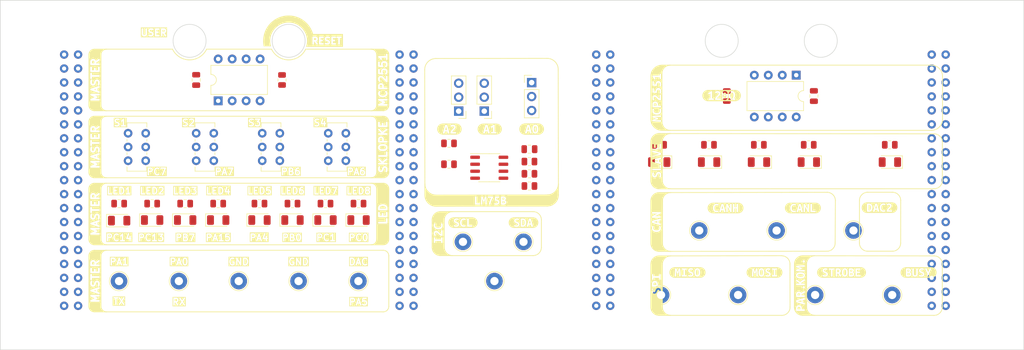
<source format=kicad_pcb>
(kicad_pcb (version 20221018) (generator pcbnew)
  (layers (0 "F.Cu" signal) (31 "B.Cu" signal) (34 "B.Paste" user) (35 "F.Paste" user) (36 "B.SilkS" user "B.Silkscreen") (37 "F.SilkS" user "F.Silkscreen") (38 "B.Mask" user) (39 "F.Mask" user) (44 "Edge.Cuts" user))
  (net 0 "")
  (net 1 "Net-(D1-A)")
  (net 2 "Net-(D2-A)")
  (net 3 "Net-(D3-A)")
  (net 4 "Net-(D4-A)")
  (net 5 "Net-(D5-A)")
  (net 6 "Net-(D6-A)")
  (net 7 "Net-(D7-A)")
  (net 8 "Net-(D8-A)")
  (net 9 "Net-(D9-A)")
  (net 10 "Net-(D10-A)")
  (net 11 "Net-(D11-A)")
  (net 12 "Net-(D12-A)")
  (net 13 "Net-(D13-A)")
  (net 18 "+5V")
  (net 32 "BUSY")
  (net 34 "STROBE")
  (net 35 "+3.3V")
  (net 39 "GND")
  (net 40 "+3V3")
  (net 51 "Net-(JP1-C)")
  (net 52 "Net-(U1-A0)")
  (net 53 "Net-(U1-A1)")
  (net 54 "/CANH")
  (net 55 "/CANL")
  (net 56 "Net-(U1-A2)")
  (net 75 "D3")
  (net 77 "D4")
  (net 79 "D1")
  (net 80 "D2")
  (net 125 "Net-(JP2-C)")
  (net 126 "Net-(JP3-C)")
  (net 127 "I2C_SCL")
  (net 128 "I2C_SDA")
  (net 129 "USART_RX(M) >> USART_TX(S)")
  (net 130 "USART_TX(M) >> USART_RX(S)")
  (net 131 "SPI_MISO")
  (net 132 "SPI_MOSI")
  (net 133 "DAC(M)>>ADC(S)")
  (net 134 "SPI_~{CS}")
  (net 135 "SPI_SCK")
  (net 136 "CAN_TD(M)")
  (net 137 "CAN_RD(M)")
  (net 138 "CAN_RD(S)")
  (net 139 "CAN_TD(S)")
  (net 140 "LED1(M)")
  (net 141 "LED2(M)")
  (net 142 "LED3(M)")
  (net 143 "LED4(M)")
  (net 144 "LED5(M)")
  (net 145 "LED6(M)")
  (net 146 "LED7(M)")
  (net 147 "LED8(M)")
  (net 148 "S1")
  (net 149 "S4")
  (net 150 "S3")
  (net 151 "S2")
  (net 152 "LED1(S)")
  (net 153 "LED2(S)")
  (net 154 "LED3(S)")
  (net 155 "LED4(S)")
  (footprint "kibuzzard-63D26434" (layer "F.Cu") (at 128.559369 50.639369)
    (fp_text reference "kibuzzard-63D26434" hide)
    (fp_text value "G***" hide)
  )
  (footprint "Resistor_SMD:R_0805_2012Metric" (layer "F.Cu") (at 91.1 64.2)
    (fp_text reference "R12" hide)
    (fp_text value "220")
    (pad "1" smd roundrect (at -0.9125 0) (size 1.025 1.4) (layers "F.Cu" "F.Paste" "F.Mask") (roundrect_rratio 0.243902) (net 146 "LED7(M)"))
    (pad "2" smd roundrect (at 0.9125 0) (size 1.025 1.4) (layers "F.Cu" "F.Paste" "F.Mask") (roundrect_rratio 0.243902) (net 7 "Net-(D7-A)"))
  )
  (footprint "kibuzzard-63D123B4" (layer "F.Cu") (at 191.770499 64.93698)
    (fp_text reference "kibuzzard-63D123B4" hide)
    (fp_text value "G***" hide)
  )
  (footprint "Footprint:KEYS4952" (layer "F.Cu") (at 173.0755 69.10132)
    (fp_text reference "TP4" hide)
    (fp_text value "TestPoint")
    (pad "1" thru_hole circle (at 0 0) (size 3 3) (drill 1.5) (layers "*.Cu" "*.Mask") (net 55 "/CANL"))
  )
  (footprint "Resistor_SMD:R_0805_2012Metric" (layer "F.Cu") (at 164.023833 44.62582 90)
    (fp_text reference "R19" hide)
    (fp_text value "220")
    (pad "1" smd roundrect (at -0.9125 0 90) (size 1.025 1.4) (layers "F.Cu" "F.Paste" "F.Mask") (roundrect_rratio 0.243902) (net 54 "/CANH"))
    (pad "2" smd roundrect (at 0.9125 0 90) (size 1.025 1.4) (layers "F.Cu" "F.Paste" "F.Mask") (roundrect_rratio 0.243902) (net 55 "/CANL"))
  )
  (footprint "Connector_PinHeader_2.54mm:PinHeader_1x03_P2.54mm_Vertical" (layer "F.Cu") (at 115.3 47.38 180)
    (fp_text reference "JP3" hide)
    (fp_text value "Jumper_3_Open")
    (pad "1" thru_hole rect (at 0 0 180) (size 1.7 1.7) (drill 1) (layers "*.Cu" "*.Mask") (net 40 "+3V3"))
    (pad "2" thru_hole oval (at 0 2.54 180) (size 1.7 1.7) (drill 1) (layers "*.Cu" "*.Mask") (net 126 "Net-(JP3-C)"))
    (pad "3" thru_hole oval (at 0 5.08 180) (size 1.7 1.7) (drill 1) (layers "*.Cu" "*.Mask") (net 39 "GND"))
  )
  (footprint "Footprint:KEYS4952" (layer "F.Cu") (at 166.0755 80.83132)
    (fp_text reference "TP13" hide)
    (fp_text value "TestPoint")
    (pad "1" thru_hole circle (at 0 0) (size 3 3) (drill 1.5) (layers "*.Cu" "*.Mask") (net 132 "SPI_MOSI"))
  )
  (footprint "Resistor_SMD:R_0805_2012Metric" (layer "F.Cu") (at 59.6 64.2)
    (fp_text reference "R15" hide)
    (fp_text value "220")
    (pad "1" smd roundrect (at -0.9125 0) (size 1.025 1.4) (layers "F.Cu" "F.Paste" "F.Mask") (roundrect_rratio 0.243902) (net 141 "LED2(M)"))
    (pad "2" smd roundrect (at 0.9125 0) (size 1.025 1.4) (layers "F.Cu" "F.Paste" "F.Mask") (roundrect_rratio 0.243902) (net 10 "Net-(D10-A)"))
  )
  (footprint "kibuzzard-63D0FCA9" (layer "F.Cu") (at 177.851929 65.00132)
    (fp_text reference "kibuzzard-63D0FCA9" hide)
    (fp_text value "G***" hide)
  )
  (footprint "kibuzzard-63E123CE" (layer "F.Cu") (at 177.413833 81.47132 90)
    (fp_text reference "kibuzzard-63E123CE" hide)
    (fp_text value "G***" hide)
  )
  (footprint "Footprint:NUCLEO64" (layer "F.Cu") (at 140.3 37.08)
    (fp_text reference "U5" hide)
    (fp_text value "NUCLEO64-F446RE")
    (fp_circle (center 22.8 -2.5) (end 25.8 -2.5) (stroke (width 0.1)) (fill none) (layer "Edge.Cuts"))
    (fp_circle (center 40.8 -2.5) (end 43.8 -2.5) (stroke (width 0.1)) (fill none) (layer "Edge.Cuts"))
    (pad "1" thru_hole circle (at 0 0) (size 1.524 1.524) (drill 0.762) (layers "*.Cu" "*.Mask") (net 135 "SPI_SCK"))
    (pad "2" thru_hole circle (at 2.54 0) (size 1.524 1.524) (drill 0.762) (layers "*.Cu" "*.Mask") (net 131 "SPI_MISO"))
    (pad "3" thru_hole circle (at 0 2.54) (size 1.524 1.524) (drill 0.762) (layers "*.Cu" "*.Mask") (net 132 "SPI_MOSI"))
    (pad "4" thru_hole circle (at 2.54 2.54) (size 1.524 1.524) (drill 0.762) (layers "*.Cu" "*.Mask"))
    (pad "5" thru_hole circle (at 0 5.08) (size 1.524 1.524) (drill 0.762) (layers "*.Cu" "*.Mask"))
    (pad "6" thru_hole circle (at 2.54 5.08) (size 1.524 1.524) (drill 0.762) (layers "*.Cu" "*.Mask"))
    (pad "7" thru_hole circle (at 0 7.62) (size 1.524 1.524) (drill 0.762) (layers "*.Cu" "*.Mask"))
    (pad "8" thru_hole circle (at 2.54 7.62) (size 1.524 1.524) (drill 0.762) (layers "*.Cu" "*.Mask") (net 39 "GND"))
    (pad "9" thru_hole circle (at 0 10.16) (size 1.524 1.524) (drill 0.762) (layers "*.Cu" "*.Mask"))
    (pad "10" thru_hole circle (at 2.54 10.16) (size 1.524 1.524) (drill 0.762) (layers "*.Cu" "*.Mask"))
    (pad "11" thru_hole circle (at 0 12.7) (size 1.524 1.524) (drill 0.762) (layers "*.Cu" "*.Mask"))
    (pad "12" thru_hole circle (at 2.54 12.7) (size 1.524 1.524) (drill 0.762) (layers "*.Cu" "*.Mask"))
    (pad "13" thru_hole circle (at 0 15.24) (size 1.524 1.524) (drill 0.762) (layers "*.Cu" "*.Mask"))
    (pad "14" thru_hole circle (at 2.54 15.24) (size 1.524 1.524) (drill 0.762) (layers "*.Cu" "*.Mask"))
    (pad "15" thru_hole circle (at 0 17.78) (size 1.524 1.524) (drill 0.762) (layers "*.Cu" "*.Mask"))
    (pad "16" thru_hole circle (at 2.54 17.78) (size 1.524 1.524) (drill 0.762) (layers "*.Cu" "*.Mask"))
    (pad "17" thru_hole circle (at 0 20.32) (size 1.524 1.524) (drill 0.762) (layers "*.Cu" "*.Mask") (net 134 "SPI_~{CS}"))
    (pad "18" thru_hole circle (at 2.54 20.32) (size 1.524 1.524) (drill 0.762) (layers "*.Cu" "*.Mask"))
    (pad "19" thru_hole circle (at 0 22.86) (size 1.524 1.524) (drill 0.762) (layers "*.Cu" "*.Mask") (net 39 "GND"))
    (pad "20" thru_hole circle (at 2.54 22.86) (size 1.524 1.524) (drill 0.762) (layers "*.Cu" "*.Mask") (net 39 "GND"))
    (pad "21" thru_hole circle (at 0 25.4) (size 1.524 1.524) (drill 0.762) (layers "*.Cu" "*.Mask"))
    (pad "22" thru_hole circle (at 2.54 25.4) (size 1.524 1.524) (drill 0.762) (layers "*.Cu" "*.Mask") (net 39 "GND"))
    (pad "23" thru_hole circle (at 0 27.94) (size 1.524 1.524) (drill 0.762) (layers "*.Cu" "*.Mask"))
    (pad "24" thru_hole circle (at 2.54 27.94) (size 1.524 1.524) (drill 0.762) (layers "*.Cu" "*.Mask"))
    (pad "25" thru_hole circle (at 0 30.48) (size 1.524 1.524) (drill 0.762) (layers "*.Cu" "*.Mask"))
    (pad "26" thru_hole circle (at 2.54 30.48) (size 1.524 1.524) (drill 0.762) (layers "*.Cu" "*.Mask"))
    (pad "27" thru_hole circle (at 0 33.02) (size 1.524 1.524) (drill 0.762) (layers "*.Cu" "*.Mask"))
    (pad "28" thru_hole circle (at 2.54 33.02) (size 1.524 1.524) (drill 0.762) (layers "*.Cu" "*.Mask"))
    (pad "29" thru_hole circle (at 0 35.56) (size 1.524 1.524) (drill 0.762) (layers "*.Cu" "*.Mask"))
    (pad "30" thru_hole circle (at 2.54 35.56) (size 1.524 1.524) (drill 0.762) (layers "*.Cu" "*.Mask") (net 34 "STROBE"))
    (pad "31" thru_hole circle (at 0 38.1) (size 1.524 1.524) (drill 0.762) (layers "*.Cu" "*.Mask"))
    (pad "32" thru_hole circle (at 2.54 38.1) (size 1.524 1.524) (drill 0.762) (layers "*.Cu" "*.Mask") (net 32 "BUSY"))
    (pad "33" thru_hole circle (at 0 40.64) (size 1.524 1.524) (drill 0.762) (layers "*.Cu" "*.Mask"))
    (pad "34" thru_hole circle (at 2.54 40.64) (size 1.524 1.524) (drill 0.762) (layers "*.Cu" "*.Mask") (net 77 "D4"))
    (pad "35" thru_hole circle (at 0 43.18) (size 1.524 1.524) (drill 0.762) (layers "*.Cu" "*.Mask") (net 75 "D3"))
    (pad "36" thru_hole circle (at 2.54 43.18) (size 1.524 1.524) (drill 0.762) (layers "*.Cu" "*.Mask") (net 80 "D2"))
    (pad "37" thru_hole circle (at 0 45.72) (size 1.524 1.524) (drill 0.762) (layers "*.Cu" "*.Mask") (net 79 "D1"))
    (pad "38" thru_hole circle (at 2.54 45.72) (size 1.524 1.524) (drill 0.762) (layers "*.Cu" "*.Mask") (net 133 "DAC(M)>>ADC(S)"))
    (pad "39" thru_hole circle (at 60.96 0) (size 1.524 1.524) (drill 0.762) (layers "*.Cu" "*.Mask"))
    (pad "40" thru_hole circle (at 63.5 0) (size 1.524 1.524) (drill 0.762) (layers "*.Cu" "*.Mask"))
    (pad "41" thru_hole circle (at 60.96 2.54) (size 1.524 1.524) (drill 0.762) (layers "*.Cu" "*.Mask") (net 127 "I2C_SCL"))
    (pad "42" thru_hole circle (at 63.5 2.54) (size 1.524 1.524) (drill 0.762) (layers "*.Cu" "*.Mask"))
    (pad "43" thru_hole circle (at 60.96 5.08) (size 1.524 1.524) (drill 0.762) (layers "*.Cu" "*.Mask") (net 128 "I2C_SDA"))
    (pad "44" thru_hole circle (at 63.5 5.08) (size 1.524 1.524) (drill 0.762) (layers "*.Cu" "*.Mask"))
    (pad "45" thru_hole circle (at 60.96 7.62) (size 1.524 1.524) (drill 0.762) (layers "*.Cu" "*.Mask"))
    (pad "46" thru_hole circle (at 63.5 7.62) (size 1.524 1.524) (drill 0.762) (layers "*.Cu" "*.Mask"))
    (pad "47" thru_hole circle (at 60.96 10.16) (size 1.524 1.524) (drill 0.762) (layers "*.Cu" "*.Mask") (net 39 "GND"))
    (pad "48" thru_hole circle (at 63.5 10.16) (size 1.524 1.524) (drill 0.762) (layers "*.Cu" "*.Mask"))
    (pad "49" thru_hole circle (at 60.96 12.7) (size 1.524 1.524) (drill 0.762) (layers "*.Cu" "*.Mask") (net 155 "LED4(S)"))
    (pad "50" thru_hole circle (at 63.5 12.7) (size 1.524 1.524) (drill 0.762) (layers "*.Cu" "*.Mask") (net 154 "LED3(S)"))
    (pad "51" thru_hole circle (at 60.96 15.24) (size 1.524 1.524) (drill 0.762) (layers "*.Cu" "*.Mask") (net 153 "LED2(S)"))
    (pad "52" thru_hole circle (at 63.5 15.24) (size 1.524 1.524) (drill 0.762) (layers "*.Cu" "*.Mask") (net 152 "LED1(S)"))
    (pad "53" thru_hole circle (at 60.96 17.78) (size 1.524 1.524) (drill 0.762) (layers "*.Cu" "*.Mask"))
    (pad "54" thru_hole circle (at 63.5 17.78) (size 1.524 1.524) (drill 0.762) (layers "*.Cu" "*.Mask"))
    (pad "55" thru_hole circle (at 60.96 20.32) (size 1.524 1.524) (drill 0.762) (layers "*.Cu" "*.Mask"))
    (pad "56" thru_hole circle (at 63.5 20.32) (size 1.524 1.524) (drill 0.762) (layers "*.Cu" "*.Mask"))
    (pad "57" thru_hole circle (at 60.96 22.86) (size 1.524 1.524) (drill 0.762) (layers "*.Cu" "*.Mask"))
    (pad "58" thru_hole circle (at 63.5 22.86) (size 1.524 1.524) (drill 0.762) (layers "*.Cu" "*.Mask") (net 39 "GND"))
    (pad "59" thru_hole circle (at 60.96 25.4) (size 1.524 1.524) (drill 0.762) (layers "*.Cu" "*.Mask") (net 130 "USART_TX(M) >> USART_RX(S)"))
    (pad "60" thru_hole circle (at 63.5 25.4) (size 1.524 1.524) (drill 0.762) (layers "*.Cu" "*.Mask"))
    (pad "61" thru_hole circle (at 60.96 27.94) (size 1.524 1.524) (drill 0.762) (layers "*.Cu" "*.Mask"))
    (pad "62" thru_hole circle (at 63.5 27.94) (size 1.524 1.524) (drill 0.762) (layers "*.Cu" "*.Mask"))
    (pad "63" thru_hole circle (at 60.96 30.48) (size 1.524 1.524) (drill 0.762) (layers "*.Cu" "*.Mask"))
    (pad "64" thru_hole circle (at 63.5 30.48) (size 1.524 1.524) (drill 0.762) (layers "*.Cu" "*.Mask"))
    (pad "65" thru_hole circle (at 60.96 33.02) (size 1.524 1.524) (drill 0.762) (layers "*.Cu" "*.Mask"))
    (pad "66" thru_hole circle (at 63.5 33.02) (size 1.524 1.524) (drill 0.762) (layers "*.Cu" "*.Mask"))
    (pad "67" thru_hole circle (at 60.96 35.56) (size 1.524 1.524) (drill 0.762) (layers "*.Cu" "*.Mask") (net 138 "CAN_RD(S)"))
    (pad "68" thru_hole circle (at 63.5 35.56) (size 1.524 1.524) (drill 0.762) (layers "*.Cu" "*.Mask") (net 139 "CAN_TD(S)"))
    (pad "69" thru_hole circle (at 60.96 38.1) (size 1.524 1.524) (drill 0.762) (layers "*.Cu" "*.Mask"))
    (pad "70" thru_hole circle (at 63.5 38.1) (size 1.524 1.524) (drill 0.762) (layers "*.Cu" "*.Mask") (net 39 "GND"))
    (pad "71" thru_hole circle (at 60.96 40.64) (size 1.524 1.524) (drill 0.762) (layers "*.Cu" "*.Mask") (net 129 "USART_RX(M) >> USART_TX(S)"))
    (pad "72" thru_hole circle (at 63.5 40.64) (size 1.524 1.524) (drill 0.762) (layers "*.Cu" "*.Mask"))
    (pad "73" thru_hole circle (at 60.96 43.18) (size 1.524 1.524) (drill 0.762) (layers "*.Cu" "*.Mask"))
    (pad "74" thru_hole circle (at 63.5 43.18) (size 1.524 1.524) (drill 0.762) (layers "*.Cu" "*.Mask"))
    (pad "75" thru_hole circle (at 60.96 45.72) (size 1.524 1.524) (drill 0.762) (layers "*.Cu" "*.Mask"))
    (pad "76" thru_hole circle (at 63.5 45.72) (size 1.524 1.524) (drill 0.762) (layers "*.Cu" "*.Mask"))
  )
  (footprint "Footprint:KEYS4952" (layer "F.Cu") (at 194.0755 80.83132)
    (fp_text reference "TP10" hide)
    (fp_text value "TestPoint")
    (pad "1" thru_hole circle (at 0 0) (size 3 3) (drill 1.5) (layers "*.Cu" "*.Mask") (net 32 "BUSY"))
  )
  (footprint "Resistor_SMD:R_0805_2012Metric" (layer "F.Cu") (at 151.7205 53.5 180)
    (fp_text reference "R6" hide)
    (fp_text value "220")
    (pad "1" smd roundrect (at -0.9125 0 180) (size 1.025 1.4) (layers "F.Cu" "F.Paste" "F.Mask") (roundrect_rratio 0.243902) (net 152 "LED1(S)"))
    (pad "2" smd roundrect (at 0.9125 0 180) (size 1.025 1.4) (layers "F.Cu" "F.Paste" "F.Mask") (roundrect_rratio 0.243902) (net 1 "Net-(D1-A)"))
  )
  (footprint "kibuzzard-63D12234" (layer "F.Cu") (at 156.8755 76.73132)
    (fp_text reference "kibuzzard-63D12234" hide)
    (fp_text value "G***" hide)
  )
  (footprint "Footprint:KEYS4952" (layer "F.Cu") (at 64.455 78.3)
    (fp_text reference "TP7" hide)
    (fp_text value "TestPoint")
    (pad "1" thru_hole circle (at 0 0) (size 3 3) (drill 1.5) (layers "*.Cu" "*.Mask") (net 129 "USART_RX(M) >> USART_TX(S)"))
  )
  (footprint "Footprint:KEYS4952" (layer "F.Cu") (at 180.0755 80.83132)
    (fp_text reference "TP11" hide)
    (fp_text value "TestPoint")
    (pad "1" thru_hole circle (at 0 0) (size 3 3) (drill 1.5) (layers "*.Cu" "*.Mask") (net 34 "STROBE"))
  )
  (footprint "Footprint:KEYS4952" (layer "F.Cu") (at 187.043832 69.09698)
    (fp_text reference "TP14" hide)
    (fp_text value "TestPoint")
    (pad "1" thru_hole circle (at 0 0) (size 3 3) (drill 1.5) (layers "*.Cu" "*.Mask"))
  )
  (footprint "Package_DIP:DIP-8_W7.62mm" (layer "F.Cu") (at 176.641404 40.82582 -90)
    (fp_text reference "U3" hide)
    (fp_text value "MCP2551-I-P")
    (pad "1" thru_hole rect (at 0 0 270) (size 1.6 1.6) (drill 0.8) (layers "*.Cu" "*.Mask") (net 139 "CAN_TD(S)"))
    (pad "2" thru_hole oval (at 0 2.54 270) (size 1.6 1.6) (drill 0.8) (layers "*.Cu" "*.Mask") (net 39 "GND"))
    (pad "3" thru_hole oval (at 0 5.08 270) (size 1.6 1.6) (drill 0.8) (layers "*.Cu" "*.Mask") (net 18 "+5V"))
    (pad "4" thru_hole oval (at 0 7.62 270) (size 1.6 1.6) (drill 0.8) (layers "*.Cu" "*.Mask") (net 138 "CAN_RD(S)"))
    (pad "5" thru_hole oval (at 7.62 7.62 270) (size 1.6 1.6) (drill 0.8) (layers "*.Cu" "*.Mask"))
    (pad "6" thru_hole oval (at 7.62 5.08 270) (size 1.6 1.6) (drill 0.8) (layers "*.Cu" "*.Mask") (net 55 "/CANL"))
    (pad "7" thru_hole oval (at 7.62 2.54 270) (size 1.6 1.6) (drill 0.8) (layers "*.Cu" "*.Mask") (net 54 "/CANH"))
    (pad "8" thru_hole oval (at 7.62 0 270) (size 1.6 1.6) (drill 0.8) (layers "*.Cu" "*.Mask") (net 39 "GND"))
  )
  (footprint "Package_SO:SO-8_3.9x4.9mm_P1.27mm" (layer "F.Cu") (at 120.85867 57.675029)
    (fp_text reference "U1" hide)
    (fp_text value "LM75B")
    (pad "1" smd roundrect (at -2.575 -1.905) (size 1.75 0.6) (layers "F.Cu" "F.Paste" "F.Mask") (net 128 "I2C_SDA"))
    (pad "2" smd roundrect (at -2.575 -0.635) (size 1.75 0.6) (layers "F.Cu" "F.Paste" "F.Mask") (net 127 "I2C_SCL"))
    (pad "3" smd roundrect (at -2.575 0.635) (size 1.75 0.6) (layers "F.Cu" "F.Paste" "F.Mask"))
    (pad "4" smd roundrect (at -2.575 1.905) (size 1.75 0.6) (layers "F.Cu" "F.Paste" "F.Mask") (net 39 "GND"))
    (pad "5" smd roundrect (at 2.575 1.905) (size 1.75 0.6) (layers "F.Cu" "F.Paste" "F.Mask") (net 56 "Net-(U1-A2)"))
    (pad "6" smd roundrect (at 2.575 0.635) (size 1.75 0.6) (layers "F.Cu" "F.Paste" "F.Mask") (net 53 "Net-(U1-A1)"))
    (pad "7" smd roundrect (at 2.575 -0.635) (size 1.75 0.6) (layers "F.Cu" "F.Paste" "F.Mask") (net 52 "Net-(U1-A0)"))
    (pad "8" smd roundrect (at 2.575 -1.905) (size 1.75 0.6) (layers "F.Cu" "F.Paste" "F.Mask") (net 40 "+3V3"))
  )
  (footprint "LED_SMD:LED_1206_3216Metric" (layer "F.Cu") (at 151.7405 56.65 180)
    (fp_text reference "D1" hide)
    (fp_text value "BLUE")
    (pad "1" smd roundrect (at -1.4 0 180) (size 1.25 1.75) (layers "F.Cu" "F.Paste" "F.Mask") (roundrect_rratio 0.2) (net 39 "GND"))
    (pad "2" smd roundrect (at 1.4 0 180) (size 1.25 1.75) (layers "F.Cu" "F.Paste" "F.Mask") (roundrect_rratio 0.2) (net 1 "Net-(D1-A)"))
  )
  (footprint "LED_SMD:LED_1206_3216Metric" (layer "F.Cu") (at 193.6605 56.65 180)
    (fp_text reference "D13" hide)
    (fp_text value "boja")
    (pad "1" smd roundrect (at -1.4 0 180) (size 1.25 1.75) (layers "F.Cu" "F.Paste" "F.Mask") (roundrect_rratio 0.2) (net 39 "GND"))
    (pad "2" smd roundrect (at 1.4 0 180) (size 1.25 1.75) (layers "F.Cu" "F.Paste" "F.Mask") (roundrect_rratio 0.2) (net 13 "Net-(D13-A)"))
  )
  (footprint "Resistor_SMD:R_0805_2012Metric" (layer "F.Cu") (at 71.6 64.2)
    (fp_text reference "R17" hide)
    (fp_text value "220")
    (pad "1" smd roundrect (at -0.9125 0) (size 1.025 1.4) (layers "F.Cu" "F.Paste" "F.Mask") (roundrect_rratio 0.243902) (net 143 "LED4(M)"))
    (pad "2" smd roundrect (at 0.9125 0) (size 1.025 1.4) (layers "F.Cu" "F.Paste" "F.Mask") (roundrect_rratio 0.243902) (net 12 "Net-(D12-A)"))
  )
  (footprint "kibuzzard-648ABAA6" (layer "F.Cu") (at 121.10867 63.655369)
    (fp_text reference "kibuzzard-648ABAA6" hide)
    (fp_text value "G***" hide)
  )
  (footprint "Capacitor_SMD:C_0805_2012Metric" (layer "F.Cu") (at 128.15867 54.295029)
    (fp_text reference "C1" hide)
    (fp_text value "100n X7R")
    (pad "1" smd roundrect (at -0.95 0) (size 1 1.45) (layers "F.Cu" "F.Paste" "F.Mask") (net 40 "+3V3"))
    (pad "2" smd roundrect (at 0.95 0) (size 1 1.45) (layers "F.Cu" "F.Paste" "F.Mask") (net 39 "GND"))
  )
  (footprint "LED_SMD:LED_1206_3216Metric" (layer "F.Cu") (at 79.1 67.2)
    (fp_text reference "D5" hide)
    (fp_text value "GREEN")
    (pad "1" smd roundrect (at -1.4 0) (size 1.25 1.75) (layers "F.Cu" "F.Paste" "F.Mask") (roundrect_rratio 0.2) (net 39 "GND"))
    (pad "2" smd roundrect (at 1.4 0) (size 1.25 1.75) (layers "F.Cu" "F.Paste" "F.Mask") (roundrect_rratio 0.2) (net 5 "Net-(D5-A)"))
  )
  (footprint "Footprint:KEYS4952" (layer "F.Cu") (at 97.08 78.3)
    (fp_text reference "TP2" hide)
    (fp_text value "TestPoint")
    (pad "1" thru_hole circle (at 0 0) (size 3 3) (drill 1.5) (layers "*.Cu" "*.Mask") (net 133 "DAC(M)>>ADC(S)"))
  )
  (footprint "Footprint:EG1271A" (layer "F.Cu") (at 81.2 53.9 -90)
    (fp_text reference "SW2" hide)
    (fp_text value "EG1271A")
    (pad "1" thru_hole circle (at -2.5 -1.6 270) (size 1.562 1.562) (drill 0.8) (layers "*.Cu" "*.Mask"))
    (pad "1" thru_hole circle (at -2.5 1.6 270) (size 1.562 1.562) (drill 0.8) (layers "*.Cu" "*.Mask"))
    (pad "2" thru_hole circle (at 0 -1.6 270) (size 1.562 1.562) (drill 0.8) (layers "*.Cu" "*.Mask") (net 151 "S2"))
    (pad "2" thru_hole circle (at 0 1.6 270) (size 1.562 1.562) (drill 0.8) (layers "*.Cu" "*.Mask") (net 151 "S2"))
    (pad "3" thru_hole circle (at 2.5 -1.6 270) (size 1.562 1.562) (drill 0.8) (layers "*.Cu" "*.Mask") (net 39 "GND"))
    (pad "3" thru_hole circle (at 2.5 1.6 270) (size 1.562 1.562) (drill 0.8) (layers "*.Cu" "*.Mask") (net 39 "GND"))
  )
  (footprint "Footprint:EG1271A" (layer "F.Cu") (at 93.2 53.9 -90)
    (fp_text reference "SW4" hide)
    (fp_text value "EG1271A")
    (pad "1" thru_hole circle (at -2.5 -1.6 270) (size 1.562 1.562) (drill 0.8) (layers "*.Cu" "*.Mask"))
    (pad "1" thru_hole circle (at -2.5 1.6 270) (size 1.562 1.562) (drill 0.8) (layers "*.Cu" "*.Mask"))
    (pad "2" thru_hole circle (at 0 -1.6 270) (size 1.562 1.562) (drill 0.8) (layers "*.Cu" "*.Mask") (net 149 "S4"))
    (pad "2" thru_hole circle (at 0 1.6 270) (size 1.562 1.562) (drill 0.8) (layers "*.Cu" "*.Mask") (net 149 "S4"))
    (pad "3" thru_hole circle (at 2.5 -1.6 270) (size 1.562 1.562) (drill 0.8) (layers "*.Cu" "*.Mask") (net 39 "GND"))
    (pad "3" thru_hole circle (at 2.5 1.6 270) (size 1.562 1.562) (drill 0.8) (layers "*.Cu" "*.Mask") (net 39 "GND"))
  )
  (footprint "kibuzzard-63D1223E" (layer "F.Cu") (at 184.8755 76.73132)
    (fp_text reference "kibuzzard-63D1223E" hide)
    (fp_text value "G***" hide)
  )
  (footprint "Footprint:KEYS4952" (layer "F.Cu") (at 116.08 71.16)
    (fp_text reference "TP6" hide)
    (fp_text value "TestPoint")
    (pad "1" thru_hole circle (at 0 0) (size 3 3) (drill 1.5) (layers "*.Cu" "*.Mask") (net 128 "I2C_SDA"))
  )
  (footprint "kibuzzard-63D121CA" (layer "F.Cu") (at 198.8755 76.73132)
    (fp_text reference "kibuzzard-63D121CA" hide)
    (fp_text value "G***" hide)
  )
  (footprint "Resistor_SMD:R_0805_2012Metric" (layer "F.Cu") (at 79.1 64.2)
    (fp_text reference "R10" hide)
    (fp_text value "220")
    (pad "1" smd roundrect (at -0.9125 0) (size 1.025 1.4) (layers "F.Cu" "F.Paste" "F.Mask") (roundrect_rratio 0.243902) (net 144 "LED5(M)"))
    (pad "2" smd roundrect (at 0.9125 0) (size 1.025 1.4) (layers "F.Cu" "F.Paste" "F.Mask") (roundrect_rratio 0.243902) (net 5 "Net-(D5-A)"))
  )
  (footprint "LED_SMD:LED_1206_3216Metric" (layer "F.Cu") (at 53.6 67.3)
    (fp_text reference "D9" hide)
    (fp_text value "RED")
    (pad "1" smd roundrect (at -1.4 0) (size 1.25 1.75) (layers "F.Cu" "F.Paste" "F.Mask") (roundrect_rratio 0.2) (net 39 "GND"))
    (pad "2" smd roundrect (at 1.4 0) (size 1.25 1.75) (layers "F.Cu" "F.Paste" "F.Mask") (roundrect_rratio 0.2) (net 9 "Net-(D9-A)"))
  )
  (footprint "Resistor_SMD:R_0805_2012Metric" (layer "F.Cu") (at 113.539369 53.239369 180)
    (fp_text reference "R1" hide)
    (fp_text value "4k7")
    (pad "1" smd roundrect (at -0.9125 0 180) (size 1.025 1.4) (layers "F.Cu" "F.Paste" "F.Mask") (roundrect_rratio 0.243902) (net 127 "I2C_SCL"))
    (pad "2" smd roundrect (at 0.9125 0 180) (size 1.025 1.4) (layers "F.Cu" "F.Paste" "F.Mask") (roundrect_rratio 0.243902) (net 40 "+3V3"))
  )
  (footprint "kibuzzard-63E0EC18" (layer "F.Cu") (at 151.223833 78.84132 90)
    (fp_text reference "kibuzzard-63E0EC18" hide)
    (fp_text value "G***" hide)
  )
  (footprint "Footprint:KEYS4952" (layer "F.Cu") (at 121.8 78.3)
    (fp_text reference "TP1" hide)
    (fp_text value "TestPoint")
    (pad "1" thru_hole circle (at 0 0) (size 3 3) (drill 1.5) (layers "*.Cu" "*.Mask") (net 39 "GND"))
  )
  (footprint "kibuzzard-63E123D9" (layer "F.Cu") (at 177.413833 76.77132 90)
    (fp_text reference "kibuzzard-63E123D9" hide)
    (fp_text value "G***" hide)
  )
  (footprint "Footprint:KEYS4952" (layer "F.Cu") (at 86.205 78.3)
    (fp_text reference "TP15" hide)
    (fp_text value "TestPoint")
    (pad "1" thru_hole circle (at 0 0) (size 3 3) (drill 1.5) (layers "*.Cu" "*.Mask") (net 39 "GND"))
  )
  (footprint "LED_SMD:LED_1206_3216Metric" (layer "F.Cu") (at 169.8685 56.65 180)
    (fp_text reference "D3" hide)
    (fp_text value "BLUE")
    (pad "1" smd roundrect (at -1.4 0 180) (size 1.25 1.75) (layers "F.Cu" "F.Paste" "F.Mask") (roundrect_rratio 0.2) (net 39 "GND"))
    (pad "2" smd roundrect (at 1.4 0 180) (size 1.25 1.75) (layers "F.Cu" "F.Paste" "F.Mask") (roundrect_rratio 0.2) (net 3 "Net-(D3-A)"))
  )
  (footprint "Resistor_SMD:R_0805_2012Metric" (layer "F.Cu") (at 65.6 64.2)
    (fp_text reference "R16" hide)
    (fp_text value "220")
    (pad "1" smd roundrect (at -0.9125 0) (size 1.025 1.4) (layers "F.Cu" "F.Paste" "F.Mask") (roundrect_rratio 0.243902) (net 142 "LED3(M)"))
    (pad "2" smd roundrect (at 0.9125 0) (size 1.025 1.4) (layers "F.Cu" "F.Paste" "F.Mask") (roundrect_rratio 0.243902) (net 11 "Net-(D11-A)"))
  )
  (footprint "kibuzzard-63D255AB" (layer "F.Cu") (at 151.283833 44.94132 90)
    (fp_text reference "kibuzzard-63D255AB" hide)
    (fp_text value "G***" hide)
  )
  (footprint "Footprint:EG1271A" (layer "F.Cu") (at 56.827841 53.9 -90)
    (fp_text reference "SW1" hide)
    (fp_text value "EG1271A")
    (pad "1" thru_hole circle (at -2.5 -1.6 270) (size 1.562 1.562) (drill 0.8) (layers "*.Cu" "*.Mask"))
    (pad "1" thru_hole circle (at -2.5 1.6 270) (size 1.562 1.562) (drill 0.8) (layers "*.Cu" "*.Mask"))
    (pad "2" thru_hole circle (at 0 -1.6 270) (size 1.562 1.562) (drill 0.8) (layers "*.Cu" "*.Mask") (net 148 "S1"))
    (pad "2" thru_hole circle (at 0 1.6 270) (size 1.562 1.562) (drill 0.8) (layers "*.Cu" "*.Mask") (net 148 "S1"))
    (pad "3" thru_hole circle (at 2.5 -1.6 270) (size 1.562 1.562) (drill 0.8) (layers "*.Cu" "*.Mask") (net 39 "GND"))
    (pad "3" thru_hole circle (at 2.5 1.6 270) (size 1.562 1.562) (drill 0.8) (layers "*.Cu" "*.Mask") (net 39 "GND"))
  )
  (footprint "Capacitor_SMD:C_0805_2012Metric" (layer "F.Cu") (at 179.849833 44.62582 -90)
    (fp_text reference "C3" hide)
    (fp_text value "100n X7R")
    (pad "1" smd roundrect (at -0.95 0 270) (size 1 1.45) (layers "F.Cu" "F.Paste" "F.Mask") (net 18 "+5V"))
    (pad "2" smd roundrect (at 0.95 0 270) (size 1 1.45) (layers "F.Cu" "F.Paste" "F.Mask") (net 39 "GND"))
  )
  (footprint "kibuzzard-63D12226" (layer "F.Cu") (at 170.8755 76.73132)
    (fp_text reference "kibuzzard-63D12226" hide)
    (fp_text value "G***" hide)
  )
  (footprint "LED_SMD:LED_1206_3216Metric" (layer "F.Cu") (at 59.6 67.2)
    (fp_text reference "D10" hide)
    (fp_text value "RED")
    (pad "1" smd roundrect (at -1.4 0) (size 1.25 1.75) (layers "F.Cu" "F.Paste" "F.Mask") (roundrect_rratio 0.2) (net 39 "GND"))
    (pad "2" smd roundrect (at 1.4 0) (size 1.25 1.75) (layers "F.Cu" "F.Paste" "F.Mask") (roundrect_rratio 0.2) (net 10 "Net-(D10-A)"))
  )
  (footprint "LED_SMD:LED_1206_3216Metric" (layer "F.Cu") (at 178.9325 56.65 180)
    (fp_text reference "D4" hide)
    (fp_text value "BLUE")
    (pad "1" smd roundrect (at -1.4 0 180) (size 1.25 1.75) (layers "F.Cu" "F.Paste" "F.Mask") (roundrect_rratio 0.2) (net 39 "GND"))
    (pad "2" smd roundrect (at 1.4 0 180) (size 1.25 1.75) (layers "F.Cu" "F.Paste" "F.Mask") (roundrect_rratio 0.2) (net 4 "Net-(D4-A)"))
  )
  (footprint "LED_SMD:LED_1206_3216Metric" (layer "F.Cu") (at 71.6 67.2)
    (fp_text reference "D12" hide)
    (fp_text value "RED")
    (pad "1" smd roundrect (at -1.4 0) (size 1.25 1.75) (layers "F.Cu" "F.Paste" "F.Mask") (roundrect_rratio 0.2) (net 39 "GND"))
    (pad "2" smd roundrect (at 1.4 0) (size 1.25 1.75) (layers "F.Cu" "F.Paste" "F.Mask") (roundrect_rratio 0.2) (net 12 "Net-(D12-A)"))
  )
  (footprint "Footprint:KEYS4952" (layer "F.Cu") (at 75.33 78.3)
    (fp_text reference "TP9" hide)
    (fp_text value "TestPoint")
    (pad "1" thru_hole circle (at 0 0) (size 3 3) (drill 1.5) (layers "*.Cu" "*.Mask") (net 39 "GND"))
  )
  (footprint "Footprint:NUCLEO64" (layer "F.Cu") (at 43.6 37.08)
    (fp_text reference "U4" hide)
    (fp_text value "NUCLEO64-F446RE" hide)
    (fp_circle (center 22.8 -2.5) (end 25.8 -2.5) (stroke (width 0.1)) (fill none) (layer "Edge.Cuts"))
    (fp_circle (center 40.8 -2.5) (end 43.8 -2.5) (stroke (width 0.1)) (fill none) (layer "Edge.Cuts"))
    (pad "1" thru_hole circle (at 0 0) (size 1.524 1.524) (drill 0.762) (layers "*.Cu" "*.Mask"))
    (pad "2" thru_hole circle (at 2.54 0) (size 1.524 1.524) (drill 0.762) (layers "*.Cu" "*.Mask"))
    (pad "3" thru_hole circle (at 0 2.54) (size 1.524 1.524) (drill 0.762) (layers "*.Cu" "*.Mask"))
    (pad "4" thru_hole circle (at 2.54 2.54) (size 1.524 1.524) (drill 0.762) (layers "*.Cu" "*.Mask"))
    (pad "5" thru_hole circle (at 0 5.08) (size 1.524 1.524) (drill 0.762) (layers "*.Cu" "*.Mask"))
    (pad "6" thru_hole circle (at 2.54 5.08) (size 1.524 1.524) (drill 0.762) (layers "*.Cu" "*.Mask"))
    (pad "7" thru_hole circle (at 0 7.62) (size 1.524 1.524) (drill 0.762) (layers "*.Cu" "*.Mask"))
    (pad "8" thru_hole circle (at 2.54 7.62) (size 1.524 1.524) (drill 0.762) (layers "*.Cu" "*.Mask") (net 39 "GND"))
    (pad "9" thru_hole circle (at 0 10.16) (size 1.524 1.524) (drill 0.762) (layers "*.Cu" "*.Mask"))
    (pad "10" thru_hole circle (at 2.54 10.16) (size 1.524 1.524) (drill 0.762) (layers "*.Cu" "*.Mask"))
    (pad "11" thru_hole circle (at 0 12.7) (size 1.524 1.524) (drill 0.762) (layers "*.Cu" "*.Mask"))
    (pad "12" thru_hole circle (at 2.54 12.7) (size 1.524 1.524) (drill 0.762) (layers "*.Cu" "*.Mask"))
    (pad "13" thru_hole circle (at 0 15.24) (size 1.524 1.524) (drill 0.762) (layers "*.Cu" "*.Mask"))
    (pad "14" thru_hole circle (at 2.54 15.24) (size 1.524 1.524) (drill 0.762) (layers "*.Cu" "*.Mask"))
    (pad "15" thru_hole circle (at 0 17.78) (size 1.524 1.524) (drill 0.762) (layers "*.Cu" "*.Mask"))
    (pad "16" thru_hole circle (at 2.54 17.78) (size 1.524 1.524) (drill 0.762) (layers "*.Cu" "*.Mask") (net 35 "+3.3V"))
    (pad "17" thru_hole circle (at 0 20.32) (size 1.524 1.524) (drill 0.762) (layers "*.Cu" "*.Mask") (net 143 "LED4(M)"))
    (pad "18" thru_hole circle (at 2.54 20.32) (size 1.524 1.524) (drill 0.762) (layers "*.Cu" "*.Mask") (net 18 "+5V"))
    (pad "19" thru_hole circle (at 0 22.86) (size 1.524 1.524) (drill 0.762) (layers "*.Cu" "*.Mask") (net 39 "GND"))
    (pad "20" thru_hole circle (at 2.54 22.86) (size 1.524 1.524) (drill 0.762) (layers "*.Cu" "*.Mask") (net 39 "GND"))
    (pad "21" thru_hole circle (at 0 25.4) (size 1.524 1.524) (drill 0.762) (layers "*.Cu" "*.Mask") (net 142 "LED3(M)"))
    (pad "22" thru_hole circle (at 2.54 25.4) (size 1.524 1.524) (drill 0.762) (layers "*.Cu" "*.Mask") (net 39 "GND"))
    (pad "23" thru_hole circle (at 0 27.94) (size 1.524 1.524) (drill 0.762) (layers "*.Cu" "*.Mask") (net 141 "LED2(M)"))
    (pad "24" thru_hole circle (at 2.54 27.94) (size 1.524 1.524) (drill 0.762) (layers "*.Cu" "*.Mask"))
    (pad "25" thru_hole circle (at 0 30.48) (size 1.524 1.524) (drill 0.762) (layers "*.Cu" "*.Mask") (net 140 "LED1(M)"))
    (pad "26" thru_hole circle (at 2.54 30.48) (size 1.524 1.524) (drill 0.762) (layers "*.Cu" "*.Mask"))
    (pad "27" thru_hole circle (at 0 33.02) (size 1.524 1.524) (drill 0.762) (layers "*.Cu" "*.Mask"))
    (pad "28" thru_hole circle (at 2.54 33.02) (size 1.524 1.524) (drill 0.762) (layers "*.Cu" "*.Mask") (net 129 "USART_RX(M) >> USART_TX(S)"))
    (pad "29" thru_hole circle (at 0 35.56) (size 1.524 1.524) (drill 0.762) (layers "*.Cu" "*.Mask"))
    (pad "30" thru_hole circle (at 2.54 35.56) (size 1.524 1.524) (drill 0.762) (layers "*.Cu" "*.Mask") (net 130 "USART_TX(M) >> USART_RX(S)"))
    (pad "31" thru_hole circle (at 0 38.1) (size 1.524 1.524) (drill 0.762) (layers "*.Cu" "*.Mask"))
    (pad "32" thru_hole circle (at 2.54 38.1) (size 1.524 1.524) (drill 0.762) (layers "*.Cu" "*.Mask") (net 144 "LED5(M)"))
    (pad "33" thru_hole circle (at 0 40.64) (size 1.524 1.524) (drill 0.762) (layers "*.Cu" "*.Mask"))
    (pad "34" thru_hole circle (at 2.54 40.64) (size 1.524 1.524) (drill 0.762) (layers "*.Cu" "*.Mask") (net 145 "LED6(M)"))
    (pad "35" thru_hole circle (at 0 43.18) (size 1.524 1.524) (drill 0.762) (layers "*.Cu" "*.Mask") (net 32 "BUSY"))
    (pad "36" thru_hole circle (at 2.54 43.18) (size 1.524 1.524) (drill 0.762) (layers "*.Cu" "*.Mask") (net 146 "LED7(M)"))
    (pad "37" thru_hole circle (at 0 45.72) (size 1.524 1.524) (drill 0.762) (layers "*.Cu" "*.Mask") (net 34 "STROBE"))
    (pad "38" thru_hole circle (at 2.54 45.72) (size 1.524 1.524) (drill 0.762) (layers "*.Cu" "*.Mask") (net 147 "LED8(M)"))
    (pad "39" thru_hole circle (at 60.96 0) (size 1.524 1.524) (drill 0.762) (layers "*.Cu" "*.Mask"))
    (pad "40" thru_hole circle (at 63.5 0) (size 1.524 1.524) (drill 0.762) (layers "*.Cu" "*.Mask"))
    (pad "41" thru_hole circle (at 60.96 2.54) (size 1.524 1.524) (drill 0.762) (layers "*.Cu" "*.Mask"))
    (pad "42" thru_hole circle (at 63.5 2.54) (size 1.524 1.524) (drill 0.762) (layers "*.Cu" "*.Mask") (net 127 "I2C_SCL"))
    (pad "43" thru_hole circle (at 60.96 5.08) (size 1.524 1.524) (drill 0.762) (layers "*.Cu" "*.Mask") (net 128 "I2C_SDA"))
    (pad "44" thru_hole circle (at 63.5 5.08) (size 1.524 1.524) (drill 0.762) (layers "*.Cu" "*.Mask"))
    (pad "45" thru_hole circle (at 60.96 7.62) (size 1.524 1.524) (drill 0.762) (layers "*.Cu" "*.Mask"))
    (pad "46" thru_hole circle (at 63.5 7.62) (size 1.524 1.524) (drill 0.762) (layers "*.Cu" "*.Mask"))
    (pad "47" thru_hole circle (at 60.96 10.16) (size 1.524 1.524) (drill 0.762) (layers "*.Cu" "*.Mask") (net 39 "GND"))
    (pad "48" thru_hole circle (at 63.5 10.16) (size 1.524 1.524) (drill 0.762) (layers "*.Cu" "*.Mask"))
    (pad "49" thru_hole circle (at 60.96 12.7) (size 1.524 1.524) (drill 0.762) (layers "*.Cu" "*.Mask") (net 133 "DAC(M)>>ADC(S)"))
    (pad "50" thru_hole circle (at 63.5 12.7) (size 1.524 1.524) (drill 0.762) (layers "*.Cu" "*.Mask") (net 136 "CAN_TD(M)"))
    (pad "51" thru_hole circle (at 60.96 15.24) (size 1.524 1.524) (drill 0.762) (layers "*.Cu" "*.Mask") (net 149 "S4"))
    (pad "52" thru_hole circle (at 63.5 15.24) (size 1.524 1.524) (drill 0.762) (layers "*.Cu" "*.Mask") (net 137 "CAN_RD(M)"))
    (pad "53" thru_hole circle (at 60.96 17.78) (size 1.524 1.524) (drill 0.762) (layers "*.Cu" "*.Mask") (net 151 "S2"))
    (pad "54" thru_hole circle (at 63.5 17.78) (size 1.524 1.524) (drill 0.762) (layers "*.Cu" "*.Mask") (net 134 "SPI_~{CS}"))
    (pad "55" thru_hole circle (at 60.96 20.32) (size 1.524 1.524) (drill 0.762) (layers "*.Cu" "*.Mask") (net 150 "S3"))
    (pad "56" thru_hole circle (at 63.5 20.32) (size 1.524 1.524) (drill 0.762) (layers "*.Cu" "*.Mask"))
    (pad "57" thru_hole circle (at 60.96 22.86) (size 1.524 1.524) (drill 0.762) (layers "*.Cu" "*.Mask") (net 148 "S1"))
    (pad "58" thru_hole circle (at 63.5 22.86) (size 1.524 1.524) (drill 0.762) (layers "*.Cu" "*.Mask") (net 39 "GND"))
    (pad "59" thru_hole circle (at 60.96 25.4) (size 1.524 1.524) (drill 0.762) (layers "*.Cu" "*.Mask"))
    (pad "60" thru_hole circle (at 63.5 25.4) (size 1.524 1.524) (drill 0.762) (layers "*.Cu" "*.Mask"))
    (pad "61" thru_hole circle (at 60.96 27.94) (size 1.524 1.524) (drill 0.762) (layers "*.Cu" "*.Mask"))
    (pad "62" thru_hole circle (at 63.5 27.94) (size 1.524 1.524) (drill 0.762) (layers "*.Cu" "*.Mask"))
    (pad "63" thru_hole circle (at 60.96 30.48) (size 1.524 1.524) (drill 0.762) (layers "*.Cu" "*.Mask") (net 135 "SPI_SCK"))
    (pad "64" thru_hole circle (at 63.5 30.48) (size 1.524 1.524) (drill 0.762) (layers "*.Cu" "*.Mask") (net 132 "SPI_MOSI"))
    (pad "65" thru_hole circle (at 60.96 33.02) (size 1.524 1.524) (drill 0.762) (layers "*.Cu" "*.Mask"))
    (pad "66" thru_hole circle (at 63.5 33.02) (size 1.524 1.524) (drill 0.762) (layers "*.Cu" "*.Mask") (net 131 "SPI_MISO"))
    (pad "67" thru_hole circle (at 60.96 35.56) (size 1.524 1.524) (drill 0.762) (layers "*.Cu" "*.Mask") (net 79 "D1"))
    (pad "68" thru_hole circle (at 63.5 35.56) (size 1.524 1.524) (drill 0.762) (layers "*.Cu" "*.Mask") (net 77 "D4"))
    (pad "69" thru_hole circle (at 60.96 38.1) (size 1.524 1.524) (drill 0.762) (layers "*.Cu" "*.Mask"))
    (pad "70" thru_hole circle (at 63.5 38.1) (size 1.524 1.524) (drill 0.762) (layers "*.Cu" "*.Mask") (net 39 "GND"))
    (pad "71" thru_hole circle (at 60.96 40.64) (size 1.524 1.524) (drill 0.762) (layers "*.Cu" "*.Mask") (net 80 "D2"))
    (pad "72" thru_hole circle (at 63.5 40.64) (size 1.524 1.524) (drill 0.762) (layers "*.Cu" "*.Mask") (net 75 "D3"))
    (pad "73" thru_hole circle (at 60.96 43.18) (size 1.524 1.524) (drill 0.762) (layers "*.Cu" "*.Mask"))
    (pad "74" thru_hole circle (at 63.5 43.18) (size 1.524 1.524) (drill 0.762) (layers "*.Cu" "*.Mask"))
    (pad "75" thru_hole circle (at 60.96 45.72) (size 1.524 1.524) (drill 0.762) (layers "*.Cu" "*.Mask"))
    (pad "76" thru_hole circle (at 63.5 45.72) (size 1.524 1.524) (drill 0.762) (layers "*.Cu" "*.Mask"))
  )
  (footprint "kibuzzard-63D2644E" (layer "F.Cu") (at 120.939369 50.639369)
    (fp_text reference "kibuzzard-63D2644E" hide)
    (fp_text value "G***" hide)
  )
  (footprint "Resistor_SMD:R_0805_2012Metric" (layer "F.Cu") (at 193.6405 53.5 180)
    (fp_text reference "R20" hide)
    (fp_text value "220")
    (pad "1" smd roundrect (at -0.9125 0 180) (size 1.025 1.4) (layers "F.Cu" "F.Paste" "F.Mask") (roundrect_rratio 0.243902))
    (pad "2" smd roundrect (at 0.9125 0 180) (size 1.025 1.4) (layers "F.Cu" "F.Paste" "F.Mask") (roundrect_rratio 0.243902) (net 13 "Net-(D13-A)"))
  )
  (footprint "Resistor_SMD:R_0805_2012Metric" (layer "F.Cu") (at 97.1 64.2)
    (fp_text reference "R13" hide)
    (fp_text value "220")
    (pad "1" smd roundrect (at -0.9125 0) (size 1.025 1.4) (layers "F.Cu" "F.Paste" "F.Mask") (roundrect_rratio 0.243902) (net 147 "LED8(M)"))
    (pad "2" smd roundrect (at 0.9125 0) (size 1.025 1.4) (layers "F.Cu" "F.Paste" "F.Mask") (roundrect_rratio 0.243902) (net 8 "Net-(D8-A)"))
  )
  (footprint "Resistor_SMD:R_0805_2012Metric" (layer "F.Cu") (at 85.1 64.2)
    (fp_text reference "R11" hide)
    (fp_text value "220")
    (pad "1" smd roundrect (at -0.9125 0) (size 1.025 1.4) (layers "F.Cu" "F.Paste" "F.Mask") (roundrect_rratio 0.243902) (net 145 "LED6(M)"))
    (pad "2" smd roundrect (at 0.9125 0) (size 1.025 1.4) (layers "F.Cu" "F.Paste" "F.Mask") (roundrect_rratio 0.243902) (net 6 "Net-(D6-A)"))
  )
  (footprint "kibuzzard-63D26457" (layer "F.Cu") (at 113.619369 50.639369)
    (fp_text reference "kibuzzard-63D26457" hide)
    (fp_text value "G***" hide)
  )
  (footprint "Package_DIP:DIP-8_W7.62mm" (layer "F.Cu") (at 71.6 45.5 90)
    (fp_text reference "U2" hide)
    (fp_text value "MCP2551-I-P" hide)
    (pad "1" thru_hole rect (at 0 0 90) (size 1.6 1.6) (drill 0.8) (layers "*.Cu" "*.Mask") (net 136 "CAN_TD(M)"))
    (pad "2" thru_hole oval (at 0 2.54 90) (size 1.6 1.6) (drill 0.8) (layers "*.Cu" "*.Mask") (net 39 "GND"))
    (pad "3" thru_hole oval (at 0 5.08 90) (size 1.6 1.6) (drill 0.8) (layers "*.Cu" "*.Mask") (net 18 "+5V"))
    (pad "4" thru_hole oval (at 0 7.62 90) (size 1.6 1.6) (drill 0.8) (layers "*.Cu" "*.Mask") (net 137 "CAN_RD(M)"))
    (pad "5" thru_hole oval (at 7.62 7.62 90) (size 1.6 1.6) (drill 0.8) (layers "*.Cu" "*.Mask"))
    (pad "6" thru_hole oval (at 7.62 5.08 90) (size 1.6 1.6) (drill 0.8) (layers "*.Cu" "*.Mask") (net 55 "/CANL"))
    (pad "7" thru_hole oval (at 7.62 2.54 90) (size 1.6 1.6) (drill 0.8) (layers "*.Cu" "*.Mask") (net 54 "/CANH"))
    (pad "8" thru_hole oval (at 7.62 0 90) (size 1.6 1.6) (drill 0.8) (layers "*.Cu" "*.Mask") (net 39 "GND"))
  )
  (footprint "Resistor_SMD:R_0805_2012Metric" (layer "F.Cu") (at 160.7845 53.5 180)
    (fp_text reference "R7" hide)
    (fp_text value "220")
    (pad "1" smd roundrect (at -0.9125 0 180) (size 1.025 1.4) (layers "F.Cu" "F.Paste" "F.Mask") (roundrect_rratio 0.243902) (net 153 "LED2(S)"))
    (pad "2" smd roundrect (at 0.9125 0 180) (size 1.025 1.4) (layers "F.Cu" "F.Paste" "F.Mask") (roundrect_rratio 0.243902) (net 2 "Net-(D2-A)"))
  )
  (footprint "Capacitor_SMD:C_0805_2012Metric" (layer "F.Cu") (at 67.6 41.7 90)
    (fp_text reference "C2" hide)
    (fp_text value "100n X7R")
    (pad "1" smd roundrect (at -0.95 0 90) (size 1 1.45) (layers "F.Cu" "F.Paste" "F.Mask") (net 18 "+5V"))
    (pad "2" smd roundrect (at 0.95 0 90) (size 1 1.45) (layers "F.Cu" "F.Paste" "F.Mask") (net 39 "GND"))
  )
  (footprint "LED_SMD:LED_1206_3216Metric" (layer "F.Cu") (at 91.1 67.2)
    (fp_text reference "D7" hide)
    (fp_text value "GREEN")
    (pad "1" smd roundrect (at -1.4 0) (size 1.25 1.75) (layers "F.Cu" "F.Paste" "F.Mask") (roundrect_rratio 0.2) (net 39 "GND"))
    (pad "2" smd roundrect (at 1.4 0) (size 1.25 1.75) (layers "F.Cu" "F.Paste" "F.Mask") (roundrect_rratio 0.2) (net 7 "Net-(D7-A)"))
  )
  (footprint "kibuzzard-63D25AA1" (layer "F.Cu") (at 151.223833 67.55632 90)
    (fp_text reference "kibuzzard-63D25AA1" hide)
    (fp_text value "G***" hide)
  )
  (footprint "Resistor_SMD:R_0805_2012Metric" (layer "F.Cu") (at 113.539369 57.039369 180)
    (fp_text reference "R2" hide)
    (fp_text value "4k7")
    (pad "1" smd roundrect (at -0.9125 0 180) (size 1.025 1.4) (layers "F.Cu" "F.Paste" "F.Mask") (roundrect_rratio 0.243902) (net 128 "I2C_SDA"))
    (pad "2" smd roundrect (at 0.9125 0 180) (size 1.025 1.4) (layers "F.Cu" "F.Paste" "F.Mask") (roundrect_rratio 0.243902) (net 40 "+3V3"))
  )
  (footprint "Resistor_SMD:R_0805_2012Metric" (layer "F.Cu") (at 53.6 64.2)
    (fp_text reference "R14" hide)
    (fp_text value "220")
    (pad "1" smd roundrect (at -0.9125 0) (size 1.025 1.4) (layers "F.Cu" "F.Paste" "F.Mask") (roundrect_rratio 0.243902) (net 140 "LED1(M)"))
    (pad "2" smd roundrect (at 0.9125 0) (size 1.025 1.4) (layers "F.Cu" "F.Paste" "F.Mask") (roundrect_rratio 0.243902) (net 9 "Net-(D9-A)"))
  )
  (footprint "Resistor_SMD:R_0805_2012Metric" (layer "F.Cu") (at 128.15867 58.775029)
    (fp_text reference "R4" hide)
    (fp_text value "10k")
    (pad "1" smd roundrect (at -0.9125 0) (size 1.025 1.4) (layers "F.Cu" "F.Paste" "F.Mask") (roundrect_rratio 0.243902) (net 53 "Net-(U1-A1)"))
    (pad "2" smd roundrect (at 0.9125 0) (size 1.025 1.4) (layers "F.Cu" "F.Paste" "F.Mask") (roundrect_rratio 0.243902) (net 125 "Net-(JP2-C)"))
  )
  (footprint "LED_SMD:LED_1206_3216Metric" (layer "F.Cu") (at 160.8045 56.65 180)
    (fp_text reference "D2" hide)
    (fp_text value "BLUE")
    (pad "1" smd roundrect (at -1.4 0 180) (size 1.25 1.75) (layers "F.Cu" "F.Paste" "F.Mask") (roundrect_rratio 0.2) (net 39 "GND"))
    (pad "2" smd roundrect (at 1.4 0 180) (size 1.25 1.75) (layers "F.Cu" "F.Paste" "F.Mask") (roundrect_rratio 0.2) (net 2 "Net-(D2-A)"))
  )
  (footprint "Resistor_SMD:R_0805_2012Metric" (layer "F.Cu") (at 178.9125 53.5 180)
    (fp_text reference "R9" hide)
    (fp_text value "220")
    (pad "1" smd roundrect (at -0.9125 0 180) (size 1.025 1.4) (layers "F.Cu" "F.Paste" "F.Mask") (roundrect_rratio 0.243902) (net 155 "LED4(S)"))
    (pad "2" smd roundrect (at 0.9125 0 180) (size 1.025 1.4) (layers "F.Cu" "F.Paste" "F.Mask") (roundrect_rratio 0.243902) (net 4 "Net-(D4-A)"))
  )
  (footprint "Resistor_SMD:R_0805_2012Metric" (layer "F.Cu") (at 128.15867 61.000029)
    (fp_text reference "R5" hide)
    (fp_text value "10k")
    (pad "1" smd roundrect (at -0.9125 0) (size 1.025 1.4) (layers "F.Cu" "F.Paste" "F.Mask") (roundrect_rratio 0.243902) (net 56 "Net-(U1-A2)"))
    (pad "2" smd roundrect (at 0.9125 0) (size 1.025 1.4) (layers "F.Cu" "F.Paste" "F.Mask") (roundrect_rratio 0.243902) (net 126 "Net-(JP3-C)"))
  )
  (footprint "LED_SMD:LED_1206_3216Metric" (layer "F.Cu") (at 65.6 67.2)
    (fp_text reference "D11" hide)
    (fp_text value "RED")
    (pad "1" smd roundrect (at -1.4 0) (size 1.25 1.75) (layers "F.Cu" "F.Paste" "F.Mask") (roundrect_rratio 0.2) (net 39 "GND"))
    (pad "2" smd roundrect (at 1.4 0) (size 1.25 1.75) (layers "F.Cu" "F.Paste" "F.Mask") (roundrect_rratio 0.2) (net 11 "Net-(D11-A)"))
  )
  (footprint "kibuzzard-63D0FB98" (layer "F.Cu") (at 116.08 67.66)
    (fp_text reference "kibuzzard-63D0FB98" hide)
    (fp_text value "G***" hide)
  )
  (footprint "kibuzzard-63D26251" (layer "F.Cu") (at 111.58 69.56 90)
    (fp_text reference "kibuzzard-63D26251" hide)
    (fp_text value "G***" hide)
  )
  (footprint "kibuzzard-63D0FBA8" (layer "F.Cu") (at 127.08 67.66)
    (fp_text reference "kibuzzard-63D0FBA8" hide)
    (fp_text value "G***" hide)
  )
  (footprint "kibuzzard-63E0EE4D" (layer "F.Cu") (at 151.283833 56.41066 90)
    (fp_text reference "kibuzzard-63E0EE4D" hide)
    (fp_text value "G***" hide)
  )
  (footprint "Resistor_SMD:R_0805_2012Metric" (layer "F.Cu") (at 169.8485 53.5 180)
    (fp_text reference "R8" hide)
    (fp_text value "220")
    (pad "1" smd roundrect (at -0.9125 0 180) (size 1.025 1.4) (layers "F.Cu" "F.Paste" "F.Mask") (roundrect_rratio 0.243902) (net 154 "LED3(S)"))
    (pad "2" smd roundrect (at 0.9125 0 180) (size 1.025 1.4) (layers "F.Cu" "F.Paste" "F.Mask") (roundrect_rratio 0.243902) (net 3 "Net-(D3-A)"))
  )
  (footprint "Footprint:EG1271A" (layer "F.Cu") (at 69.2 53.9 -90)
    (fp_text reference "SW3" hide)
    (fp_text value "EG1271A")
    (pad "1" thru_hole circle (at -2.5 -1.6 270) (size 1.562 1.562) (drill 0.8) (layers "*.Cu" "*.Mask"))
    (pad "1" thru_hole circle (at -2.5 1.6 270) (size 1.562 1.562) (drill 0.8) (layers "*.Cu" "*.Mask"))
    (pad "2" thru_hole circle (at 0 -1.6 270) (size 1.562 1.562) (drill 0.8) (layers "*.Cu" "*.Mask") (net 150 "S3"))
    (pad "2" thru_hole circle (at 0 1.6 270) (size 1.562 1.562) (drill 0.8) (layers "*.Cu" "*.Mask") (net 150 "S3"))
    (pad "3" thru_hole circle (at 2.5 -1.6 270) (size 1.562 1.562) (drill 0.8) (layers "*.Cu" "*.Mask") (net 39 "GND"))
    (pad "3" thru_hole circle (at 2.5 1.6 270) (size 1.562 1.562) (drill 0.8) (layers "*.Cu" "*.Mask") (net 39 "GND"))
  )
  (footprint "Resistor_SMD:R_0805_2012Metric" (layer "F.Cu") (at 128.15867 56.550029)
    (fp_text reference "R3" hide)
    (fp_text value "10k")
    (pad "1" smd roundrect (at -0.9125 0) (size 1.025 1.4) (layers "F.Cu" "F.Paste" "F.Mask") (roundrect_rratio 0.243902) (net 52 "Net-(U1-A0)"))
    (pad "2" smd roundrect (at 0.9125 0) (size 1.025 1.4) (layers "F.Cu" "F.Paste" "F.Mask") (roundrect_rratio 0.243902) (net 51 "Net-(JP1-C)"))
  )
  (footprint "Connector_PinHeader_2.54mm:PinHeader_1x03_P2.54mm_Vertical" (layer "F.Cu") (at 128.559369 42.178709)
    (fp_text reference "JP1" hide)
    (fp_text value "Jumper_3_Open")
    (pad "1" thru_hole rect (at 0 0) (size 1.7 1.7) (drill 1) (layers "*.Cu" "*.Mask") (net 40 "+3V3"))
    (pad "2" thru_hole oval (at 0 2.54) (size 1.7 1.7) (drill 1) (layers "*.Cu" "*.Mask") (net 51 "Net-(JP1-C)"))
    (pad "3" thru_hole oval (at 0 5.08) (size 1.7 1.7) (drill 1) (layers "*.Cu" "*.Mask") (net 39 "GND"))
  )
  (footprint "Connector_PinHeader_2.54mm:PinHeader_1x03_P2.54mm_Vertical" (layer "F.Cu") (at 119.95 47.38 180)
    (fp_text reference "JP2" hide)
    (fp_text value "Jumper_3_Open")
    (pad "1" thru_hole rect (at 0 0 180) (size 1.7 1.7) (drill 1) (layers "*.Cu" "*.Mask") (net 40 "+3V3"))
    (pad "2" thru_hole oval (at 0 2.54 180) (size 1.7 1.7) (drill 1) (layers "*.Cu" "*.Mask") (net 125 "Net-(JP2-C)"))
    (pad "3" thru_hole oval (at 0 5.08 180) (size 1.7 1.7) (drill 1) (layers "*.Cu" "*.Mask") (net 39 "GND"))
  )
  (footprint "LED_SMD:LED_1206_3216Metric" (layer "F.Cu") (at 85.1 67.2)
    (fp_text reference "D6" hide)
    (fp_text value "GREEN")
    (pad "1" smd roundrect (at -1.4 0) (size 1.25 1.75) (layers "F.Cu" "F.Paste" "F.Mask") (roundrect_rratio 0.2) (net 39 "GND"))
    (pad "2" smd roundrect (at 1.4 0) (size 1.25 1.75) (layers "F.Cu" "F.Paste" "F.Mask") (roundrect_rratio 0.2) (net 6 "Net-(D6-A)"))
  )
  (footprint "Footprint:KEYS4952" (layer "F.Cu") (at 159.013833 69.10132)
    (fp_text reference "TP3" hide)
    (fp_text value "TestPoint")
    (pad "1" thru_hole circle (at 0 0) (size 3 3) (drill 1.5) (layers "*.Cu" "*.Mask") (net 54 "/CANH"))
  )
  (footprint "kibuzzard-63D26411" (layer "F.Cu") (at 163.083833 44.54132)
    (fp_text reference "kibuzzard-63D26411" hide)
    (fp_text value "G***" hide)
  )
  (footprint "Footprint:KEYS4952" (layer "F.Cu") (at 53.58 78.3)
    (fp_text reference "TP8" hide)
    (fp_text value "TestPoint")
    (pad "1" thru_hole circle (at 0 0) (size 3 3) (drill 1.5) (layers "*.Cu" "*.Mask") (net 130 "USART_TX(M) >> USART_RX(S)"))
  )
  (footprint "Footprint:KEYS4952" (layer "F.Cu") (at 127.08 71.16)
    (fp_text reference "TP5" hide)
    (fp_text value "TestPoint")
    (pad "1" thru_hole circle (at 0 0) (size 3 3) (drill 1.5) (layers "*.Cu" "*.Mask") (net 127 "I2C_SCL"))
  )
  (footprint "LED_SMD:LED_1206_3216Metric" (layer "F.Cu") (at 97.1 67.2)
    (fp_text reference "D8" hide)
    (fp_text value "GREEN")
    (pad "1" smd roundrect (at -1.4 0) (size 1.25 1.75) (layers "F.Cu" "F.Paste" "F.Mask") (roundrect_rratio 0.2) (net 39 "GND"))
    (pad "2" smd roundrect (at 1.4 0) (size 1.25 1.75) (layers "F.Cu" "F.Paste" "F.Mask") (roundrect_rratio 0.2) (net 8 "Net-(D8-A)"))
  )
  (footprint "kibuzzard-63D0FCA0" (layer "F.Cu") (at 163.793833 65.00132)
    (fp_text reference "kibuzzard-63D0FCA0" hide)
    (fp_text value "G***" hide)
  )
  (footprint "Resistor_SMD:R_0805_2012Metric" (layer "F.Cu") (at 83.2 41.7 90)
    (fp_text reference "R18" hide)
    (fp_text value "220")
    (pad "1" smd roundrect (at -0.9125 0 90) (size 1.025 1.4) (layers "F.Cu" "F.Paste" "F.Mask") (roundrect_rratio 0.243902) (net 54 "/CANH"))
    (pad "2" smd roundrect (at 0.9125 0 90) (size 1.025 1.4) (layers "F.Cu" "F.Paste" "F.Mask") (roundrect_rratio 0.243902) (net 55 "/CANL"))
  )
  (footprint "Footprint:KEYS4952" (layer "F.Cu") (at 152.0755 80.83132)
    (fp_text reference "TP12" hide)
    (fp_text value "TestPoint")
    (pad "1" thru_hole circle (at 0 0) (size 3 3) (drill 1.5) (layers "*.Cu" "*.Mask") (net 131 "SPI_MISO"))
  )
  (gr_arc (start 201.6905 51.5) (mid 202.751228 51.939279) (end 203.1905 53) (stroke (width 0.15)) (layer "F.SilkS"))
  (gr_arc (start 133.422611 60.591369) (mid 132.827455 62.028225) (end 131.390611 62.623369) (stroke (width 0.15)) (layer "F.SilkS"))
  (gr_line (start 50.3 49.3) (end 50.3 58.5) (stroke (width 0.15)) (layer "F.SilkS"))
  (gr_arc (start 174.003833 73.70132) (mid 175.064474 74.14067) (end 175.503833 75.20132) (stroke (width 0.15)) (layer "F.SilkS"))
  (gr_line (start 203.1905 53) (end 203.1905 60) (stroke (width 0.15)) (layer "F.SilkS"))
  (gr_arc (start 203.223833 48.84132) (mid 202.628676 50.278171) (end 201.191833 50.87332) (stroke (width 0.15)) (layer "F.SilkS"))
  (gr_line (start 50.3 37.1) (end 50.3 46.3) (stroke (width 0.15)) (layer "F.SilkS"))
  (gr_arc (start 128.83 65.66) (mid 129.89065 66.099342) (end 130.33 67.16) (stroke (width 0.15)) (layer "F.SilkS"))
  (gr_poly (pts (xy 100.4 68) (xy 102.6 68) (xy 102.6 70.9) (xy 102.4 71.3) (xy 102 71.6) (xy 101.5 71.7) (xy 99.7 71.7) (xy 100.2 71.3) (xy 100.4 70.9) (xy 100.4 69.7)) (fill solid) (layer "F.SilkS"))
  (gr_arc (start 151.723833 84.54132) (mid 150.663154 84.10199) (end 150.223833 83.04132) (stroke (width 0.15)) (layer "F.SilkS"))
  (gr_line (start 176.323833 75.19132) (end 176.298974 83.04132) (stroke (width 0.15)) (layer "F.SilkS"))
  (gr_poly (pts (xy 152.590678 50.26132) (xy 153.240678 50.83132) (xy 152.880678 50.88132) (xy 151.570678 50.77132) (xy 150.940678 50.42132) (xy 150.710678 50.08132) (xy 152.280678 49.54132)) (fill solid) (layer "F.SilkS"))
  (gr_arc (start 87.499999 36.1) (mid 84.4 38.043835) (end 81.3 36.100002) (stroke (width 0.15)) (layer "F.SilkS"))
  (gr_poly (pts (xy 109.51867 61.745369) (xy 110.37867 62.505369) (xy 110.97867 62.635369) (xy 118.18867 62.665369) (xy 118.20867 64.645369) (xy 110.87867 64.675369) (xy 110.04867 64.365369) (xy 109.48867 63.805369) (xy 109.18867 63.075369) (xy 109.15867 61.265369)) (fill solid) (layer "F.SilkS"))
  (gr_line (start 133.42267 62.623369) (end 109.15867 62.655369) (stroke (width 0.15)) (layer "F.SilkS"))
  (gr_arc (start 150.223833 52.95) (mid 150.663176 51.889328) (end 151.723833 51.45) (stroke (width 0.15)) (layer "F.SilkS"))
  (gr_poly (pts (xy 50.292893 62.192893) (xy 50.292893 61.292893) (xy 50.492893 60.892893) (xy 50.892893 60.492893) (xy 48.892893 60.492893) (xy 48.392893 60.792893) (xy 48.092893 61.292893) (xy 48.092893 62.192893)) (fill solid) (layer "F.SilkS"))
  (gr_line (start 48.1 49.3) (end 48.1 58.5) (stroke (width 0.15)) (layer "F.SilkS"))
  (gr_arc (start 48.1 61.5) (mid 48.392893 60.792893) (end 49.1 60.5) (stroke (width 0.15)) (layer "F.SilkS"))
  (gr_arc (start 152.255833 50.87342) (mid 150.818973 50.278271) (end 150.223833 48.84142) (stroke (width 0.15)) (layer "F.SilkS"))
  (gr_poly (pts (xy 152.313833 76.60132) (xy 152.283833 81.40132) (xy 151.963833 80.93132) (xy 152.033833 80.35132) (xy 152.043833 80.11132) (xy 152.023833 79.71132) (xy 152.013833 78.78132) (xy 152.023833 77.03132) (xy 151.873833 76.76132)) (fill solid) (layer "F.SilkS"))
  (gr_arc (start 130.33 72.16) (mid 129.89065 73.220641) (end 128.83 73.66) (stroke (width 0.15)) (layer "F.SilkS"))
  (gr_arc (start 69.5 36.1) (mid 66.400001 38.043835) (end 63.300001 36.100002) (stroke (width 0.15)) (layer "F.SilkS"))
  (gr_arc (start 48.1 49.3) (mid 48.392893 48.592893) (end 49.1 48.3) (stroke (width 0.15)) (layer "F.SilkS"))
  (gr_line (start 101.6 60.5) (end 49.1 60.5) (stroke (width 0.15)) (layer "F.SilkS"))
  (gr_line (start 152.336333 63.68632) (end 152.331333 71.37632) (stroke (width 0.15)) (layer "F.SilkS"))
  (gr_arc (start 183.717166 71.37132) (mid 183.277824 72.431967) (end 182.217166 72.87132) (stroke (width 0.15)) (layer "F.SilkS"))
  (gr_arc (start 101.6 48.3) (mid 102.307107 48.592893) (end 102.6 49.3) (stroke (width 0.15)) (layer "F.SilkS"))
  (gr_arc (start 102.6 46.3) (mid 102.307107 47.007107) (end 101.6 47.3) (stroke (width 0.15)) (layer "F.SilkS"))
  (gr_arc (start 180.034493 84.54132) (mid 178.973869 84.101947) (end 178.534493 83.04132) (stroke (width 0.15)) (layer "F.SilkS"))
  (gr_arc (start 111.98 73.66) (mid 110.919329 73.220662) (end 110.48 72.16) (stroke (width 0.15)) (layer "F.SilkS"))
  (gr_arc (start 49.1 59.5) (mid 48.392893 59.207107) (end 48.1 58.5) (stroke (width 0.15)) (layer "F.SilkS"))
  (gr_arc (start 102.6 82.9) (mid 102.307107 83.607107) (end 101.6 83.9) (stroke (width 0.15)) (layer "F.SilkS"))
  (gr_line (start 109.15867 62.655369) (end 109.12667 39.832029) (stroke (width 0.15)) (layer "F.SilkS"))
  (gr_arc (start 51.3 47.3) (mid 50.592893 47.007107) (end 50.3 46.3) (stroke (width 0.15)) (layer "F.SilkS"))
  (gr_line (start 177.798974 84.54132) (end 201.683833 84.54132) (stroke (width 0.15)) (layer "F.SilkS"))
  (gr_arc (start 49.1 71.7) (mid 48.392893 71.407107) (end 48.1 70.7) (stroke (width 0.15)) (layer "F.SilkS"))
  (gr_line (start 128.83 65.66) (end 111.98 65.66) (stroke (width 0.15)) (layer "F.SilkS"))
  (gr_arc (start 150.223833 63.69198) (mid 150.663183 62.631321) (end 151.723833 62.19198) (stroke (width 0.15)) (layer "F.SilkS"))
  (gr_line (start 201.191833 39.00922) (end 152.255833 39.00932) (stroke (width 0.15)) (layer "F.SilkS"))
  (gr_line (start 111.98 73.66) (end 128.83 73.66) (stroke (width 0.15)) (layer "F.SilkS"))
  (gr_line (start 188.120499 71.36698) (end 188.127166 63.63632) (stroke (width 0.15)) (layer "F.SilkS"))
  (gr_poly (pts (xy 152.223833 53.08132) (xy 152.383833 52.43132) (xy 152.623833 51.97132) (xy 152.973833 51.70132) (xy 153.343833 51.45132) (xy 151.723833 51.45) (xy 151.023833 51.59132) (xy 150.573833 52.00132) (xy 150.243833 52.63132) (xy 150.243833 53.25132) (xy 152.143833 53.10132)) (fill solid) (layer "F.SilkS"))
  (gr_line (start 133.39067 39.800029) (end 133.42267 62.623369) (stroke (width 0.15)) (layer "F.SilkS"))
  (gr_arc (start 175.523833 83.04132) (mid 175.084495 84.10199) (end 174.023833 84.54132) (stroke (width 0.15)) (layer "F.SilkS"))
  (gr_arc (start 51.3 83.9) (mid 50.592893 83.607107) (end 50.3 82.9) (stroke (width 0.15)) (layer "F.SilkS"))
  (gr_poly (pts (xy 100.4 58.6) (xy 102.6 58.6) (xy 102.4 59.1) (xy 101.9 59.5) (xy 99.7 59.5) (xy 100.107107 59.307107)) (fill solid) (layer "F.SilkS"))
  (gr_line (start 101.6 36.1) (end 87.499999 36.1) (stroke (width 0.15)) (layer "F.SilkS"))
  (gr_arc (start 50.3 61.5) (mid 50.592893 60.792893) (end 51.3 60.5) (stroke (width 0.15)) (layer "F.SilkS"))
  (gr_arc (start 152.336333 63.69132) (mid 152.775675 62.63067) (end 153.836333 62.19132) (stroke (width 0.15)) (layer "F.SilkS"))
  (gr_line (start 178.523833 75.19132) (end 178.534493 83.04132) (stroke (width 0.15)) (layer "F.SilkS"))
  (gr_arc (start 50.3 49.3) (mid 50.592893 48.592893) (end 51.3 48.3) (stroke (width 0.15)) (layer "F.SilkS"))
  (gr_line (start 49.1 71.7) (end 101.6 71.7) (stroke (width 0.15)) (layer "F.SilkS"))
  (gr_line (start 183.753833 63.59066) (end 183.717166 71.37132) (stroke (width 0.15)) (layer "F.SilkS"))
  (gr_arc (start 101.6 36.1) (mid 102.307107 36.392893) (end 102.6 37.1) (stroke (width 0.15)) (layer "F.SilkS"))
  (gr_arc (start 150.223833 41.04132) (mid 150.818994 39.604489) (end 152.255833 39.00932) (stroke (width 0.15)) (layer "F.SilkS"))
  (gr_line (start 151.723833 72.90132) (end 182.217166 72.87132) (stroke (width 0.15)) (layer "F.SilkS"))
  (gr_arc (start 133.42267 62.623369) (mid 132.827511 64.06021) (end 131.39067 64.655369) (stroke (width 0.15)) (layer "F.SilkS"))
  (gr_line (start 81.3 36.100002) (end 69.5 36.1) (stroke (width 0.15)) (layer "F.SilkS"))
  (gr_line (start 203.223833 41.04122) (end 203.223833 48.84132) (stroke (width 0.15)) (layer "F.SilkS"))
  (gr_rect (start 150.355892 40.94132) (end 150.455892 48.94132) (stroke (width 0.15)) (fill none) (layer "F.SilkS"))
  (gr_poly (pts (xy 150.233833 80.87132) (xy 152.283833 80.92132) (xy 152.313833 82.81132) (xy 152.463833 83.72132) (xy 152.893833 84.21132) (xy 153.393833 84.52132) (xy 151.723833 84.54132) (xy 150.953833 84.32132) (xy 150.433833 83.87132) (xy 150.223833 83.19132) (xy 150.233833 80.89132)) (fill solid) (layer "F.SilkS"))
  (gr_poly (pts (xy 100.4 37) (xy 102.5 36.8) (xy 102.4 36.5) (xy 102 36.2) (xy 101.1 36.1) (xy 99.8 36.1) (xy 100.107107 36.392893) (xy 100.3 36.8)) (fill solid) (layer "F.SilkS"))
  (gr_line (start 102.6 82.9) (end 102.6 73.7) (stroke (width 0.15)) (layer "F.SilkS"))
  (gr_poly (pts (xy 50.3 70) (xy 50.3 70.9) (xy 50.592893 71.407107) (xy 51.1 71.7) (xy 48.9 71.7) (xy 48.392893 71.407107) (xy 48.1 70.8) (xy 48.1 70)) (fill solid) (layer "F.SilkS"))
  (gr_poly (pts (xy 150.243833 59.67132) (xy 152.293833 59.72132) (xy 152.373833 60.54132) (xy 152.743826 61.071311) (xy 153.353833 61.45132) (xy 152.483833 61.54132) (xy 151.023833 61.38132) (xy 150.563833 60.97132) (xy 150.233833 60.30132) (xy 150.183833 59.81132)) (fill solid) (layer "F.SilkS"))
  (gr_line (start 150.223833 63.69198) (end 150.223833 71.40132) (stroke (width 0.15)) (layer "F.SilkS"))
  (gr_arc (start 131.35867 37.768029) (mid 132.795524 38.363186) (end 133.39067 39.800029) (stroke (width 0.15)) (layer "F.SilkS"))
  (gr_poly (pts (xy 150.243833 76.85132) (xy 152.273833 76.86132) (xy 152.343833 74.95132) (xy 152.593833 74.31132) (xy 153.283833 73.74132) (xy 151.573833 73.70132) (xy 150.853833 73.98132) (xy 150.343833 74.59132) (xy 150.193833 75.64132) (xy 150.243833 76.86132)) (fill solid) (layer "F.SilkS"))
  (gr_arc (start 99.4 36.1) (mid 100.107107 36.392893) (end 100.4 37.1) (stroke (width 0.15)) (layer "F.SilkS"))
  (gr_arc (start 51.3 71.7) (mid 50.592893 71.407107) (end 50.3 70.7) (stroke (width 0.15)) (layer "F.SilkS"))
  (gr_line (start 173.998833 73.68132) (end 151.723833 73.72132) (stroke (width 0.15)) (layer "F.SilkS"))
  (gr_line (start 100.4 46.3) (end 100.4 37.1) (stroke (width 0.15)) (layer "F.SilkS"))
  (gr_line (start 50.3 61.5) (end 50.3 70.7) (stroke (width 0.15)) (layer "F.SilkS"))
  (gr_line (start 130.33 67.16) (end 130.33 72.16) (stroke (width 0.15)) (layer "F.SilkS"))
  (gr_arc (start 49.1 83.9) (mid 48.392893 83.607107) (end 48.1 82.9) (stroke (width 0.15)) (layer "F.SilkS"))
  (gr_poly (pts (xy 133.41867 61.195369) (xy 133.41867 62.805369) (xy 133.14867 63.675369) (xy 132.47867 64.375369) (xy 131.56867 64.675369) (xy 124.02867 64.665369) (xy 124.05867 62.615369) (xy 131.85867 62.615369) (xy 132.43867 62.335369) (xy 132.95867 61.885369) (xy 133.34867 61.165369)) (fill solid) (layer "F.SilkS"))
  (gr_line (start 189.627166 62.13632) (end 194.127166 62.13632) (stroke (width 0.15)) (layer "F.SilkS"))
  (gr_arc (start 110.48 67.16) (mid 110.919329 66.09932) (end 111.98 65.66) (stroke (width 0.15)) (layer "F.SilkS"))
  (gr_arc (start 201.708692 73.716179) (mid 202.751811 74.148204) (end 203.183833 75.19132) (stroke (width 0.15)) (layer "F.SilkS"))
  (gr_line (start 152.313833 75.22132) (end 152.313833 83.11132) (stroke (width 0.15)) (layer "F.SilkS"))
  (gr_line (start 131.39067 64.655369) (end 111.19067 64.687369) (stroke (width 0.15)) (layer "F.SilkS"))
  (gr_line (start 151.723833 84.54132) (end 174.023833 84.54132) (stroke (width 0.15)) (layer "F.SilkS"))
  (gr_arc (start 182.253833 62.15132) (mid 183.314474 62.59067) (end 183.753833 63.65132) (stroke (width 0.15)) (layer "F.SilkS"))
  (gr_arc (start 101.6 60.5) (mid 102.307107 60.792893) (end 102.6 61.5) (stroke (width 0.15)) (layer "F.SilkS"))
  (gr_arc (start 79.936029 35.5) (mid 83.350313 30.168839) (end 88.793334 33.401817) (stroke (width 0.15)) (layer "F.SilkS"))
  (gr_arc (start 100.4 70.7) (mid 100.107107 71.407107) (end 99.4 71.7) (stroke (width 0.15)) (layer "F.SilkS"))
  (gr_arc (start 152.234507 40.512006) (mid 152.673793 39.451297) (end 153.734507 39.012006) (stroke (width 0.15)) (layer "F.SilkS"))
  (gr_line (start 102.6 46.3) (end 102.6 37.1) (stroke (width 0.15)) (layer "F.SilkS"))
  (gr_line (start 100.4 58.5) (end 100.4 49.3) (stroke (width 0.15)) (layer "F.SilkS"))
  (gr_line (start 152.2939 52.95146) (end 152.308833 60.01066) (stroke (width 0.15)) (layer "F.SilkS"))
  (gr_poly (pts (xy 94.2 35.3) (xy 94.2 35.6) (xy 87.673525 35.591978) (xy 87.8 34.7) (xy 87.8 34.1) (xy 87.5 33.1) (xy 86.8 32.2) (xy 85.9 31.5) (xy 84.9 31.2) (xy 83.7 31.2) (xy 82.3 31.8) (xy 81.6 32.6) (xy 81.2 33.3) (xy 81 34.1) (xy 81 34.8) (xy 81.1 35.5) (xy 79.936029 35.5) (xy 79.8 34.8) (xy 80 33.5) (xy 80.4 32.4) (xy 81.2 31.4) (xy 82.4 30.5) (xy 83.7 30.1) (xy 85.2 30.1) (xy 86.3 30.5) (xy 87.2 31) (xy 88 31.8) (xy 88.5 32.7) (xy 88.793334 33.401817) (xy 94.2 33.4) (xy 94.2 33.7) (xy 88.6 33.7) (xy 88.6 35.3)) (fill solid) (layer "F.SilkS"))
  (gr_arc (start 51.3 59.5) (mid 50.592893 59.207107) (end 50.3 58.5) (stroke (width 0.15)) (layer "F.SilkS"))
  (gr_poly (pts (xy 50.3 50) (xy 50.3 49.1) (xy 50.5 48.7) (xy 50.9 48.3) (xy 48.9 48.3) (xy 48.4 48.6) (xy 48.1 49.1) (xy 48.1 50)) (fill solid) (layer "F.SilkS"))
  (gr_arc (start 112.68 67.16) (mid 113.119329 66.09932) (end 114.18 65.66) (stroke (width 0.15)) (layer "F.SilkS"))
  (gr_line (start 150.223833 41.04132) (end 150.223833 48.84142) (stroke (width 0.15)) (layer "F.SilkS"))
  (gr_arc (start 111.19067 64.687369) (mid 109.753828 64.09221) (end 109.15867 62.655369) (stroke (width 0.15)) (layer "F.SilkS"))
  (gr_line (start 50.3 73.7) (end 50.3 82.9) (stroke (width 0.15)) (layer "F.SilkS"))
  (gr_line (start 63.300001 36.100002) (end 49.1 36.1) (stroke (width 0.15)) (layer "F.SilkS"))
  (gr_line (start 189.620499 72.86698) (end 194.120499 72.86698) (stroke (width 0.15)) (layer "F.SilkS"))
  (gr_arc (start 101.6 72.7) (mid 102.307107 72.992893) (end 102.6 73.7) (stroke (width 0.15)) (layer "F.SilkS"))
  (gr_line (start 201.6905 51.5) (end 151.723833 51.45) (stroke (width 0.15)) (layer "F.SilkS"))
  (gr_line (start 49.1 83.9) (end 101.6 83.9) (stroke (width 0.15)) (layer "F.SilkS"))
  (gr_arc (start 48.1 37.1) (mid 48.392893 36.392893) (end 49.1 36.1) (stroke (width 0.15)) (layer "F.SilkS"))
  (gr_line (start 111.15867 37.800029) (end 131.35867 37.768029) (stroke (width 0.15)) (layer "F.SilkS"))
  (gr_arc (start 50.3 37.1) (mid 50.592893 36.392893) (end 51.3 36.1) (stroke (width 0.15)) (layer "F.SilkS"))
  (gr_line (start 49.1 59.5) (end 101.6 59.5) (stroke (width 0.15)) (layer "F.SilkS"))
  (gr_arc (start 177.798974 84.54132) (mid 176.738304 84.101999) (end 176.298974 83.04132) (stroke (width 0.15)) (layer "F.SilkS"))
  (gr_line (start 100.4 70.7) (end 100.4 61.5) (stroke (width 0.15)) (layer "F.SilkS"))
  (gr_poly (pts (xy 99.8 60.5) (xy 100.2 60.9) (xy 100.4 61.4) (xy 100.4 64.2) (xy 102.6 64.2) (xy 102.6 61.3) (xy 102.307107 60.792893) (xy 102 60.6) (xy 101 60.5)) (fill solid) (layer "F.SilkS"))
  (gr_line (start 201.708692 73.716179) (end 177.823833 73.69132) (stroke (width 0.15)) (layer "F.SilkS"))
  (gr_line (start 150.223833 52.95) (end 150.223833 60.01066) (stroke (width 0.15)) (layer "F.SilkS"))
  (gr_arc (start 100.4 58.5) (mid 100.107107 59.207107) (end 99.4 59.5) (stroke (width 0.15)) (layer "F.SilkS"))
  (gr_arc (start 111.19067 62.650536) (mid 109.753805 62.055381) (end 109.15867 60.618536) (stroke (width 0.15)) (layer "F.SilkS"))
  (gr_line (start 151.6565 61.51066) (end 201.6905 61.5) (stroke (width 0.15)) (layer "F.SilkS"))
  (gr_arc (start 109.12667 39.832029) (mid 109.721843 38.395214) (end 111.15867 37.800029) (stroke (width 0.15)) (layer "F.SilkS"))
  (gr_line (start 152.255833 50.87342) (end 201.191833 50.87332) (stroke (width 0.15)) (layer "F.SilkS"))
  (gr_line (start 195.627166 63.57566) (end 195.620499 71.38698) (stroke (width 0.15)) (layer "F.SilkS"))
  (gr_poly (pts (xy 150.213833 76.69132) (xy 150.543833 76.70132) (xy 150.423833 77.05132) (xy 150.403833 79.90132) (xy 150.403833 80.38132) (xy 150.563833 80.90132) (xy 150.203833 80.96132) (xy 150.243833 76.85132)) (fill solid) (layer "F.SilkS"))
  (gr_arc (start 100.4 46.3) (mid 100.107107 47.007107) (end 99.4 47.3) (stroke (width 0.15)) (layer "F.SilkS"))
  (gr_arc (start 81.1 35.5) (mid 84.447855 31.179809) (end 87.673525 35.591978) (stroke (width 0.15)) (layer "F.SilkS"))
  (gr_line (start 48.1 61.5) (end 48.1 70.7) (stroke (width 0.15)) (layer "F.SilkS"))
  (gr_poly (pts (xy 50.292893 74.392893) (xy 50.292893 73.492893) (xy 50.492893 73.092893) (xy 50.892893 72.692893) (xy 48.892893 72.692893) (xy 48.392893 72.992893) (xy 48.092893 73.492893) (xy 48.092893 74.392893)) (fill solid) (layer "F.SilkS"))
  (gr_arc (start 99.4 48.3) (mid 100.107107 48.592893) (end 100.4 49.3) (stroke (width 0.15)) (layer "F.SilkS"))
  (gr_arc (start 50.3 73.7) (mid 50.592893 72.992893) (end 51.3 72.7) (stroke (width 0.15)) (layer "F.SilkS"))
  (gr_poly (pts (xy 178.223833 75.33132) (xy 178.513833 75.32132) (xy 178.563833 83.44132) (xy 178.743833 83.83132) (xy 178.233833 83.84132) (xy 178.203833 83.73132) (xy 178.213833 79.51132) (xy 178.223833 79.43132) (xy 178.213833 79.39132) (xy 178.213833 79.04132) (xy 178.223833 77.35132) (xy 178.233833 77.26132) (xy 178.233833 77.16132) (xy 178.213833 75.64132)) (fill solid) (layer "F.SilkS"))
  (gr_poly (pts (xy 152.073833 72.16132) (xy 152.303833 72.16132) (xy 152.333833 67.53132) (xy 152.073833 67.53132) (xy 152.093833 67.84132) (xy 152.063833 67.99132) (xy 152.073833 68.53132)) (fill solid) (layer "F.SilkS"))
  (gr_arc (start 151.723833 72.90132) (mid 150.663154 72.46199) (end 150.223833 71.40132) (stroke (width 0.15)) (layer "F.SilkS"))
  (gr_arc (start 189.620499 72.86698) (mid 188.559885 72.427607) (end 188.120499 71.36698) (stroke (width 0.15)) (layer "F.SilkS"))
  (gr_arc (start 203.183833 83.04132) (mid 202.744495 84.10199) (end 201.683833 84.54132) (stroke (width 0.15)) (layer "F.SilkS"))
  (gr_poly (pts (xy 50.3 82.2) (xy 50.3 83.1) (xy 50.592893 83.607107) (xy 51.1 83.9) (xy 48.9 83.9) (xy 48.392893 83.607107) (xy 48.1 83) (xy 48.1 82.2)) (fill solid) (layer "F.SilkS"))
  (gr_line (start 49.1 47.3) (end 101.6 47.3) (stroke (width 0.15)) (layer "F.SilkS"))
  (gr_arc (start 153.804479 61.51066) (mid 152.743821 61.071314) (end 152.304479 60.01066) (stroke (width 0.15)) (layer "F.SilkS"))
  (gr_line (start 87.673525 35.591978) (end 94.2 35.6) (stroke (width 0.15)) (layer "F.SilkS"))
  (gr_arc (start 150.223833 75.22132) (mid 150.663175 74.16067) (end 151.723833 73.72132) (stroke (width 0.15)) (layer "F.SilkS"))
  (gr_arc (start 201.191833 39.00922) (mid 202.628655 39.604389) (end 203.223833 41.04122) (stroke (width 0.15)) (layer "F.SilkS"))
  (gr_arc (start 152.313833 75.22132) (mid 152.753175 74.16067) (end 153.813833 73.72132) (stroke (width 0.15)) (layer "F.SilkS"))
  (gr_arc (start 176.323833 75.19132) (mid 176.763175 74.13067) (end 177.823833 73.69132) (stroke (width 0.15)) (layer "F.SilkS"))
  (gr_line (start 102.6 70.7) (end 102.6 61.5) (stroke (width 0.15)) (layer "F.SilkS"))
  (gr_arc (start 178.523833 75.19132) (mid 178.963204 74.130699) (end 180.023833 73.69132) (stroke (width 0.15)) (layer "F.SilkS"))
  (gr_line (start 81.1 35.5) (end 79.936029 35.5) (stroke (width 0.15)) (layer "F.SilkS"))
  (gr_poly (pts (xy 50.3 45.6) (xy 50.3 46.5) (xy 50.592893 47.007107) (xy 51.1 47.3) (xy 48.9 47.3) (xy 48.392893 47.007107) (xy 48.1 46.4) (xy 48.1 45.6)) (fill solid) (layer "F.SilkS"))
  (gr_arc (start 48.1 73.7) (mid 48.392893 72.992893) (end 49.1 72.7) (stroke (width 0.15)) (layer "F.SilkS"))
  (gr_poly (pts (xy 178.673833 83.77132) (xy 179.443833 84.47132) (xy 177.973833 84.54132) (xy 177.083833 84.37132) (xy 176.503833 83.86132) (xy 176.313833 83.30132) (xy 176.323833 75.19132) (xy 176.643833 75.20132) (xy 176.603833 75.57132) (xy 176.593833 77.20132) (xy 176.603833 77.40132) (xy 176.603833 79.05132) (xy 178.253833 79.05132) (xy 178.253833 79.21132) (xy 177.913833 79.21132) (xy 176.623833 80.37132) (xy 176.603833 80.73132) (xy 176.613833 81.03132) (xy 176.613833 82.10132) (xy 176.603833 83.73132) (xy 176.653833 83.73132) (xy 178.203833 83.73132)) (fill solid) (layer "F.SilkS"))
  (gr_arc (start 188.127166 63.63632) (mid 188.566445 62.575588) (end 189.627166 62.13632) (stroke (width 0.15)) (layer "F.SilkS"))
  (gr_arc (start 49.1 47.3) (mid 48.392893 47.007107) (end 48.1 46.3) (stroke (width 0.15)) (layer "F.SilkS"))
  (gr_line (start 175.503833 75.20132) (end 175.523833 83.04132) (stroke (width 0.15)) (layer "F.SilkS"))
  (gr_line (start 112.68 67.16) (end 112.68 72.16) (stroke (width 0.15)) (layer "F.SilkS"))
  (gr_poly (pts (xy 153.300678 39.02132) (xy 152.890678 39.25132) (xy 152.440678 39.76132) (xy 152.280678 40.29132) (xy 150.730678 39.82132) (xy 150.900678 39.52132) (xy 151.420678 39.13132) (xy 152.240678 39.01132)) (fill solid) (layer "F.SilkS"))
  (gr_line (start 48.1 73.7) (end 48.1 82.9) (stroke (width 0.15)) (layer "F.SilkS"))
  (gr_line (start 150.223833 75.22132) (end 150.223833 83.04132) (stroke (width 0.15)) (layer "F.SilkS"))
  (gr_arc (start 195.620499 71.36698) (mid 195.181144 72.427635) (end 194.120499 72.86698) (stroke (width 0.15)) (layer "F.SilkS"))
  (gr_line (start 151.723833 62.19198) (end 182.253833 62.15132) (stroke (width 0.15)) (layer "F.SilkS"))
  (gr_line (start 94.2 33.4) (end 88.793334 33.401817) (stroke (width 0.15)) (layer "F.SilkS"))
  (gr_poly (pts (xy 100.4 46.5) (xy 102.6 46.5) (xy 102.4 46.9) (xy 101.9 47.3) (xy 99.7 47.3) (xy 100.107107 47.007107)) (fill solid) (layer "F.SilkS"))
  (gr_arc (start 99.4 60.5) (mid 100.107107 60.792893) (end 100.4 61.5) (stroke (width 0.15)) (layer "F.SilkS"))
  (gr_poly (pts (xy 113.37 65.67) (xy 113.64 65.72) (xy 112.88 66.33) (xy 112.68 66.96) (xy 112.69 72.28) (xy 112.97 73.05) (xy 113.63 73.64) (xy 111.67 73.62) (xy 111.15 73.41) (xy 110.71 72.94) (xy 110.48 72.16) (xy 110.48 71.46) (xy 112.6 71.46) (xy 112.58 67.66) (xy 110.48 67.66) (xy 110.6 66.5) (xy 111.03 65.99) (xy 111.64 65.7) (xy 113.09 65.64)) (fill solid) (layer "F.SilkS"))
  (gr_poly (pts (xy 100.4 49.2) (xy 102.6 49.2) (xy 102.4 48.7) (xy 102 48.4) (xy 101.1 48.3) (xy 99.8 48.3) (xy 100.107107 48.592893) (xy 100.3 49)) (fill solid) (layer "F.SilkS"))
  (gr_arc (start 194.127166 62.13632) (mid 195.18788 62.575617) (end 195.627166 63.63632) (stroke (width 0.15)) (layer "F.SilkS"))
  (gr_arc (start 203.1905 60) (mid 202.751167 61.060672) (end 201.6905 61.5) (stroke (width 0.15)) (layer "F.SilkS"))
  (gr_poly (pts (xy 50.3 37.8) (xy 50.3 36.9) (xy 50.5 36.5) (xy 50.9 36.1) (xy 48.9 36.1) (xy 48.4 36.4) (xy 48.1 36.9) (xy 48.1 37.8)) (fill solid) (layer "F.SilkS"))
  (gr_line (start 101.6 48.3) (end 49.1 48.3) (stroke (width 0.15)) (layer "F.SilkS"))
  (gr_line (start 102.6 58.5) (end 102.6 49.3) (stroke (width 0.15)) (layer "F.SilkS"))
  (gr_poly (pts (xy 50.3 57.8) (xy 50.3 58.7) (xy 50.592893 59.207107) (xy 51.1 59.5) (xy 48.9 59.5) (xy 48.392893 59.207107) (xy 48.1 58.6) (xy 48.1 57.8)) (fill solid) (layer "F.SilkS"))
  (gr_arc (start 152.2939 52.95146) (mid 152.733138 51.890685) (end 153.7939 51.45146) (stroke (width 0.15)) (layer "F.SilkS"))
  (gr_line (start 48.1 37.1) (end 48.1 46.3) (stroke (width 0.15)) (layer "F.SilkS"))
  (gr_poly (pts (xy 179.573833 73.71132) (xy 178.963202 74.130689) (xy 178.593833 74.65132) (xy 178.513833 75.39132) (xy 178.203833 75.39132) (xy 178.233833 74.61132) (xy 178.183833 74.51132) (xy 177.983833 74.49132) (xy 177.733833 74.56132) (xy 176.733833 75.26132) (xy 176.323833 75.19132) (xy 176.443833 74.46132) (xy 177.033833 73.89132) (xy 177.823833 73.69132)) (fill solid) (layer "F.SilkS"))
  (gr_poly (pts (xy 153.493833 62.19132) (xy 153.233833 62.33132) (xy 152.643833 62.74132) (xy 152.403833 63.25132) (xy 152.333833 67.53132) (xy 152.073833 67.53132) (xy 152.103833 65.69132) (xy 151.723833 65.04132) (xy 151.323833 65.04132) (xy 150.723833 65.04132) (xy 150.423833 65.24132) (xy 150.223833 65.34132) (xy 150.223833 63.69198) (xy 150.453833 62.94132) (xy 150.993833 62.34132) (xy 151.673833 62.22132) (xy 152.493833 62.18132)) (fill solid) (layer "F.SilkS"))
  (gr_arc (start 114.18 73.66) (mid 113.119329 73.220662) (end 112.68 72.16) (stroke (width 0.15)) (layer "F.SilkS"))
  (gr_arc (start 153.831333 72.90132) (mid 152.770654 72.46199) (end 152.331333 71.40132) (stroke (width 0.15)) (layer "F.SilkS"))
  (gr_arc (start 102.6 58.5) (mid 102.307107 59.207107) (end 101.6 59.5) (stroke (width 0.15)) (layer "F.SilkS"))
  (gr_arc (start 153.743833 50.87132) (mid 152.683125 50.43202) (end 152.243833 49.37132) (stroke (width 0.15)) (layer "F.SilkS"))
  (gr_poly (pts (xy 152.592481 72.28132) (xy 152.923833 72.56132) (xy 153.203833 72.74417) (xy 153.442481 72.85132) (xy 151.653833 72.87417) (xy 151.173833 72.74417) (xy 150.823833 72.52417) (xy 150.323833 72.04132) (xy 150.223833 71.54132) (xy 150.223833 69.74132) (xy 152.023833 69.84132) (xy 152.213833 67.90132) (xy 152.343833 67.93132) (xy 152.343833 71.71132)) (fill solid) (layer "F.SilkS"))
  (gr_line (start 94.2 35.6) (end 94.2 33.4) (stroke (width 0.15)) (layer "F.SilkS"))
  (gr_line (start 110.48 67.16) (end 110.48 72.16) (stroke (width 0.15)) (layer "F.SilkS"))
  (gr_line (start 101.6 72.7) (end 49.1 72.7) (stroke (width 0.15)) (layer "F.SilkS"))
  (gr_arc (start 153.803833 84.53132) (mid 152.775374 84.118756) (end 152.31609 83.110289) (stroke (width 0.15)) (layer "F.SilkS"))
  (gr_arc (start 151.723833 61.51066) (mid 150.663175 61.071327) (end 150.223833 60.01066) (stroke (width 0.15)) (layer "F.SilkS"))
  (gr_arc (start 102.6 70.7) (mid 102.307107 71.407107) (end 101.6 71.7) (stroke (width 0.15)) (layer "F.SilkS"))
  (gr_line (start 203.183833 75.19132) (end 203.183833 83.04132) (stroke (width 0.15)) (layer "F.SilkS"))
  (gr_rect (start 32 27.2) (end 218 90.8) (stroke (width 0.1)) (fill none) (layer "Edge.Cuts"))
  (gr_text "DAC" (at 97.08 74.8) (layer "F.SilkS" knockout) (effects (font (size 1.2 1.2) (thickness 0.25) bold)))
  (gr_text "PB6" (at 84.8 59.1) (layer "F.SilkS" knockout) (effects (font (size 1.2 1.2) (thickness 0.25) bold) (justify bottom)))
  (gr_text "PA15" (at 71.6 70.4) (layer "F.SilkS" knockout) (effects (font (size 1.2 1.2) (thickness 0.25) bold)))
  (gr_text "S2" (at 66.2 50.2) (layer "F.SilkS" knockout) (effects (font (size 1.2 1.2) (thickness 0.25) bold) (justify bottom)))
  (gr_text "MCP2551" (at 102.4 41.7 90) (layer "F.SilkS" knockout) (effects (font (size 1.4 1.4) (thickness 0.325) bold) (justify bottom)))
  (gr_text "PC13" (at 59.4 70.4) (layer "F.SilkS" knockout) (effects (font (size 1.2 1.2) (thickness 0.25) bold)))
  (gr_text "PC14" (at 53.58 70.4) (layer "F.SilkS" knockout) (effects (font (size 1.2 1.2) (thickness 0.25) bold)))
  (gr_text "GND" (at 75.33 74.8) (layer "F.SilkS" knockout) (effects (font (size 1.2 1.2) (thickness 0.25) bold)))
  (gr_text "LED3" (at 65.6 61.9) (layer "F.SilkS" knockout) (effects (font (size 1.2 1.2) (thickness 0.25) bold)))
  (gr_text "MASTER" (at 50.1 66.100001 90) (layer "F.SilkS" knockout) (effects (font (size 1.4 1.4) (thickness 0.325) bold) (justify bottom)))
  (gr_text "S4" (at 90.1 50.2) (layer "F.SilkS" knockout) (effects (font (size 1.2 1.2) (thickness 0.25) bold) (justify bottom)))
  (gr_text "LED5" (at 79.1 61.9) (layer "F.SilkS" knockout) (effects (font (size 1.2 1.2) (thickness 0.25) bold)))
  (gr_text "PA7" (at 72.7 59.1) (layer "F.SilkS" knockout) (effects (font (size 1.2 1.2) (thickness 0.25) bold) (justify bottom)))
  (gr_text "PA5" (at 97.08 82.1) (layer "F.SilkS" knockout) (effects (font (size 1.2 1.2) (thickness 0.25) bold)))
  (gr_text "PC1" (at 91.2 70.4) (layer "F.SilkS" knockout) (effects (font (size 1.2 1.2) (thickness 0.25) bold)))
  (gr_text "SKLOPKE" (at 102.4 53.900001 90) (layer "F.SilkS" knockout) (effects (font (size 1.4 1.4) (thickness 0.325) bold) (justify bottom)))
  (gr_text "MASTER" (at 50.1 41.7 90) (layer "F.SilkS" knockout) (effects (font (size 1.4 1.4) (thickness 0.325) bold) (justify bottom)))
  (gr_text "LED" (at 102.4 66.1 90) (layer "F.SilkS" knockout) (effects (font (size 1.4 1.4) (thickness 0.325) bold) (justify bottom)))
  (gr_text "TX" (at 53.58 82) (layer "F.SilkS" knockout) (effects (font (size 1.2 1.2) (thickness 0.25) bold)))
  (gr_text "S3" (at 78.2 50.2) (layer "F.SilkS" knockout) (effects (font (size 1.2 1.2) (thickness 0.25) bold) (justify bottom)))
  (gr_text "MASTER" (at 50.1 78.300001 90) (layer "F.SilkS" knockout) (effects (font (size 1.4 1.4) (thickness 0.325) bold) (justify bottom)))
  (gr_text "LED6" (at 85.1 61.9) (layer "F.SilkS" knockout) (effects (font (size 1.2 1.2) (thickness 0.25) bold)))
  (gr_text "PA6" (at 96.7 59.1) (layer "F.SilkS" knockout) (effects (font (size 1.2 1.2) (thickness 0.25) bold) (justify bottom)))
  (gr_text "RX" (at 64.455 82.1) (layer "F.SilkS" knockout) (effects (font (size 1.2 1.2) (thickness 0.25) bold)))
  (gr_text "LED7" (at 91.1 61.9) (layer "F.SilkS" knockout) (effects (font (size 1.2 1.2) (thickness 0.25) bold)))
  (gr_text "USER" (at 59.9 33.8) (layer "F.SilkS" knockout) (effects (font (size 1.2 1.2) (thickness 0.3) bold) (justify bottom)))
  (gr_text "RESET" (at 91.3 34.6) (layer "F.SilkS" knockout) (effects (font (size 1.2 1.2) (thickness 0.3) bold)))
  (gr_text "PC0" (at 97.1 70.4) (layer "F.SilkS" knockout) (effects (font (size 1.2 1.2) (thickness 0.25) bold)))
  (gr_text "LED8" (at 97.1 61.9) (layer "F.SilkS" knockout) (effects (font (size 1.2 1.2) (thickness 0.25) bold)))
  (gr_text "LED4" (at 71.6 61.9) (layer "F.SilkS" knockout) (effects (font (size 1.2 1.2) (thickness 0.25) bold)))
  (gr_text "LED1" (at 53.6 61.9) (layer "F.SilkS" knockout) (effects (font (size 1.2 1.2) (thickness 0.25) bold)))
  (gr_text "GND" (at 86.205 74.8) (layer "F.SilkS" knockout) (effects (font (size 1.2 1.2) (thickness 0.25) bold)))
  (gr_text "PC7" (at 60.4 58.4) (layer "F.SilkS" knockout) (effects (font (size 1.2 1.2) (thickness 0.25) bold)))
  (gr_text "MASTER" (at 50.1 53.9 90) (layer "F.SilkS" knockout) (effects (font (size 1.4 1.4) (thickness 0.325) bold) (justify bottom)))
  (gr_text "PA1\n" (at 53.58 74.8) (layer "F.SilkS" knockout) (effects (font (size 1.2 1.2) (thickness 0.25) bold)))
  (gr_text "PA4" (at 79 70.4) (layer "F.SilkS" knockout) (effects (font (size 1.2 1.2) (thickness 0.25) bold)))
  (gr_text "PB0" (at 85 70.4) (layer "F.SilkS" knockout) (effects (font (size 1.2 1.2) (thickness 0.25) bold)))
  (gr_text "LED2" (at 59.6 61.9) (layer "F.SilkS" knockout) (effects (font (size 1.2 1.2) (thickness 0.25) bold)))
  (gr_text "S1" (at 53.8 49.5) (layer "F.SilkS" knockout) (effects (font (size 1.2 1.2) (thickness 0.25) bold)))
  (gr_text "PB7" (at 65.6 70.4) (layer "F.SilkS" knockout) (effects (font (size 1.2 1.2) (thickness 0.25) bold)))
  (gr_text "PA0" (at 64.455 74.8) (layer "F.SilkS" knockout) (effects (font (size 1.2 1.2) (thickness 0.25) bold)))
)
</source>
